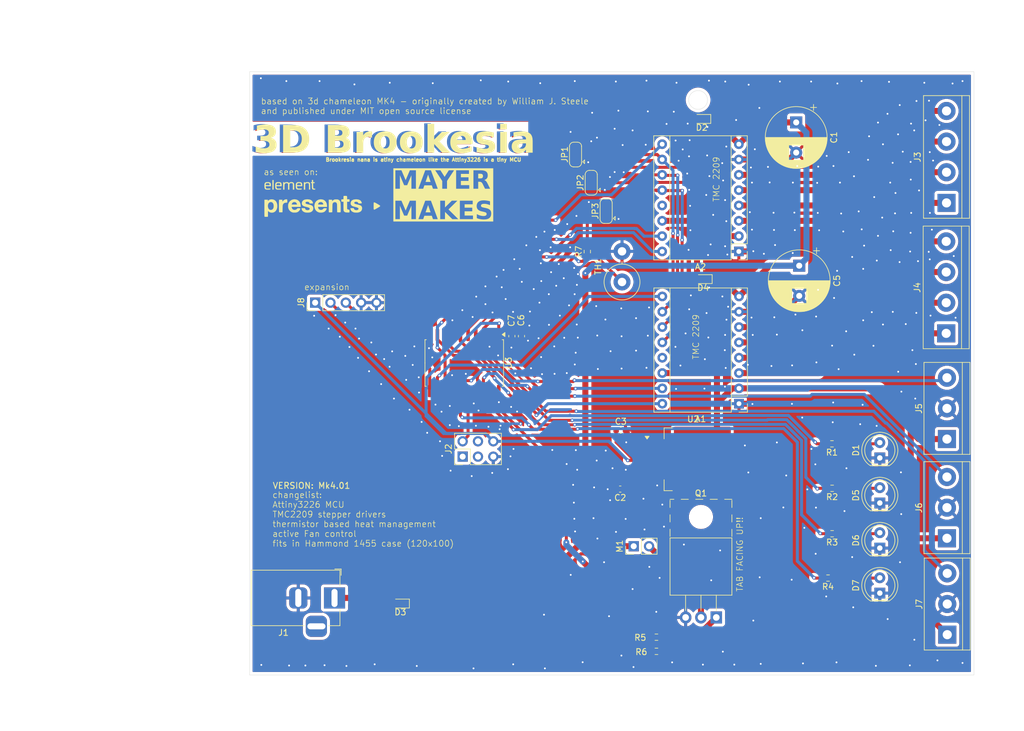
<source format=kicad_pcb>
(kicad_pcb (version 20240108) (generator "pcbnew") (generator_version "8.0")
  (layers (0 "F.Cu" signal) (31 "B.Cu" signal) (34 "B.Paste" user) (35 "F.Paste" user) (36 "B.SilkS" user "B.Silkscreen") (37 "F.SilkS" user "F.Silkscreen") (38 "B.Mask" user) (39 "F.Mask" user) (44 "Edge.Cuts" user))
  (net 0 "")
  (net 1 "/M2_1")
  (net 2 "/M2_3")
  (net 3 "GND")
  (net 4 "/0pwm")
  (net 5 "/M2_2")
  (net 6 "/M2_4")
  (net 7 "+3V3")
  (net 9 "/10")
  (net 10 "/6")
  (net 11 "+12V")
  (net 12 "/1pwm")
  (net 13 "/M1_3")
  (net 14 "/M1_4")
  (net 15 "/M1_1")
  (net 17 "/5")
  (net 18 "/M1_2")
  (net 19 "/11")
  (net 20 "Net-(D1-A)")
  (net 21 "Net-(D5-A)")
  (net 22 "Net-(D6-A)")
  (net 23 "Net-(D7-A)")
  (net 27 "/17_UPDI")
  (net 28 "/12int")
  (net 29 "/15int")
  (net 30 "/2int")
  (net 31 "/8pwm")
  (net 32 "/9pwm")
  (net 33 "Net-(M1--)")
  (net 34 "Net-(Q1-G)")
  (net 35 "/14")
  (net 36 "/4")
  (net 37 "/7intpwm")
  (net 38 "/13")
  (net 39 "/16pwm")
  (net 40 "/3")
  (net 41 "/MS2")
  (net 42 "/MS3")
  (net 43 "/MS1")
  (net 44 "Net-(D3-A)")
  (footprint "Package_TO_SOT_THT:TO-220-3_Horizontal_TabUp" (layer "F.Cu") (at 166.465001 133.63 180)
    (property "Reference" "Q1")
    (property "Value" "IRLZ44N")
  )
  (footprint "Capacitor_SMD:C_0603_1608Metric" (layer "F.Cu") (at 134.2 87 -90)
    (property "Reference" "C6")
    (property "Value" "C")
  )
  (footprint "Jumper:SolderJumper-3_P1.3mm_Open_RoundedPad1.0x1.5mm" (layer "F.Cu") (at 148.225 66.275 90)
    (property "Reference" "JP3")
    (property "Value" "Jumper_3_Open")
  )
  (footprint "Resistor_SMD:R_0603_1608Metric" (layer "F.Cu") (at 145.1 72.985 90)
    (property "Reference" "R7")
    (property "Value" "10k")
  )
  (footprint "LED_THT:LED_D5.0mm" (layer "F.Cu") (at 193.55 114.66 90)
    (property "Reference" "D5")
    (property "Value" "LED")
  )
  (footprint "Connector_BarrelJack:BarrelJack_Horizontal" (layer "F.Cu") (at 103.225 130.4)
    (property "Reference" "J1")
    (property "Value" "Barrel_Jack")
  )
  (footprint "LED_THT:LED_D5.0mm" (layer "F.Cu") (at 193.55 129.6 90)
    (property "Reference" "D7")
    (property "Value" "LED")
  )
  (footprint "TerminalBlock:TerminalBlock_bornier-3_P5.08mm" (layer "F.Cu") (at 204.675 120.51 90)
    (property "Reference" "J6")
    (property "Value" "S LIMIT")
  )
  (footprint "Capacitor_SMD:C_0603_1608Metric" (layer "F.Cu") (at 150.55 112.35 180)
    (property "Reference" "C2")
    (property "Value" "10uF")
  )
  (footprint "Module:Pololu_Breakout-16_15.2x20.3mm" (layer "F.Cu") (at 170.2 72.965001 180)
    (property "Reference" "A2")
    (property "Value" "Pololu_Breakout_TMC2209")
  )
  (footprint "Diode_SMD:D_0603_1608Metric" (layer "F.Cu") (at 164.0625 51 180)
    (property "Reference" "D2")
    (property "Value" "D_Schottky")
  )
  (footprint "Resistor_SMD:R_0603_1608Metric" (layer "F.Cu") (at 185.625 104.85 180)
    (property "Reference" "R1")
    (property "Value" "150")
  )
  (footprint "Capacitor_SMD:C_0603_1608Metric" (layer "F.Cu") (at 132.599999 87 -90)
    (property "Reference" "C7")
    (property "Value" "C")
  )
  (footprint "Jumper:SolderJumper-3_P1.3mm_Open_RoundedPad1.0x1.5mm" (layer "F.Cu") (at 143.15 56.9 90)
    (property "Reference" "JP1")
    (property "Value" "Jumper_3_Open")
  )
  (footprint "e14:e14presents logo 20mm silk and copper v2" (layer "F.Cu") (at 107.02 68.07)
    (property "Reference" "Ref**" (hide yes))
    (property "Value" "Val**" (hide yes))
  )
  (footprint "Resistor_SMD:R_0603_1608Metric" (layer "F.Cu") (at 185.65 119.75 180)
    (property "Reference" "R3")
    (property "Value" "150")
  )
  (footprint "Connector_PinHeader_2.54mm:PinHeader_1x05_P2.54mm_Vertical" (layer "F.Cu") (at 100.015 81.45 90)
    (property "Reference" "J8")
    (property "Value" "I2Cexpansion")
  )
  (footprint "Capacitor_THT:CP_Radial_D10.0mm_P5.00mm" (layer "F.Cu") (at 179.7 51.575 -90)
    (property "Reference" "C1")
    (property "Value" "100uF")
  )
  (footprint "TerminalBlock:TerminalBlock_bornier-3_P5.08mm" (layer "F.Cu") (at 204.725 136.485 90)
    (property "Reference" "J7")
    (property "Value" "TRIGGER")
  )
  (footprint "Diode_SMD:D_0603_1608Metric" (layer "F.Cu") (at 114.1375 131.325 180)
    (property "Reference" "D3")
    (property "Value" "D_Schottky")
  )
  (footprint "Capacitor_THT:CP_Radial_D10.0mm_P5.00mm" (layer "F.Cu") (at 180.2 75.325 -90)
    (property "Reference" "C5")
    (property "Value" "100uF")
  )
  (footprint "Resistor_THT:R_Axial_DIN0614_L14.3mm_D5.7mm_P5.08mm_Vertical" (layer "F.Cu") (at 150.85 78.025 90)
    (property "Reference" "TH1")
    (property "Value" "Thermistor_NTC")
  )
  (footprint "Jumper:SolderJumper-3_P1.3mm_Open_RoundedPad1.0x1.5mm" (layer "F.Cu") (at 145.75 61.575 90)
    (property "Reference" "JP2")
    (property "Value" "Jumper_3_Open")
  )
  (footprint "LED_THT:LED_D5.0mm" (layer "F.Cu") (at 193.55 122.13 90)
    (property "Reference" "D6")
    (property "Value" "LED")
  )
  (footprint "Package_SO:SOIC-20W_7.5x12.8mm_P1.27mm" (layer "F.Cu") (at 124.715 91.45 -90)
    (property "Reference" "U3")
    (property "Value" "ATtiny3226-S")
  )
  (footprint "Diode_SMD:D_0603_1608Metric" (layer "F.Cu") (at 164.3 77.55 180)
    (property "Reference" "D4")
    (property "Value" "D_Schottky")
  )
  (footprint "Resistor_SMD:R_0603_1608Metric" (layer "F.Cu") (at 184.975 127.1 180)
    (property "Reference" "R4")
    (property "Value" "150")
  )
  (footprint "Module:Pololu_Breakout-16_15.2x20.3mm" (layer "F.Cu") (at 170.225 98.2 180)
    (property "Reference" "A1")
    (property "Value" "Pololu_Breakout_TMC2209")
  )
  (footprint "Connector_PinHeader_2.54mm:PinHeader_2x03_P2.54mm_Vertical" (layer "F.Cu") (at 124.45 106.975001 90)
    (property "Reference" "J2")
    (property "Value" "Conn_02x03_Odd_Even")
  )
  (footprint "LED_THT:LED_D5.0mm" (layer "F.Cu") (at 193.55 107.19 90)
    (property "Reference" "D1")
    (property "Value" "LED")
  )
  (footprint "TerminalBlock:TerminalBlock_bornier-3_P5.08mm" (layer "F.Cu") (at 204.675 104.06 90)
    (property "Reference" "J5")
    (property "Value" "FILAMENT")
  )
  (footprint "Capacitor_SMD:C_0603_1608Metric" (layer "F.Cu") (at 150.65 102.575)
    (property "Reference" "C3")
    (property "Value" "10uF")
  )
  (footprint "TerminalBlock:TerminalBlock_bornier-4_P5.08mm" (layer "F.Cu") (at 204.6 64.915 90)
    (property "Reference" "J3")
    (property "Value" "S_MOTOR")
  )
  (footprint "Resistor_SMD:R_0603_1608Metric" (layer "F.Cu") (at 156.55 139.25)
    (property "Reference" "R6")
    (property "Value" "R")
  )
  (footprint "TerminalBlock:TerminalBlock_bornier-4_P5.08mm" (layer "F.Cu") (at 204.55 86.54 90)
    (property "Reference" "J4")
    (property "Value" "E_MOTOR")
  )
  (footprint "Resistor_SMD:R_0603_1608Metric" (layer "F.Cu") (at 156.55 136.9)
    (property "Reference" "R5")
    (property "Value" "R")
  )
  (footprint "Package_TO_SOT_SMD:TO-263-3_TabPin2" (layer "F.Cu") (at 162.65 107.415)
    (property "Reference" "U2")
    (property "Value" "LM1085-3.3")
  )
  (footprint "Connector_PinHeader_2.54mm:PinHeader_1x02_P2.54mm_Vertical" (layer "F.Cu") (at 152.785 121.825 90)
    (property "Reference" "M1")
    (property "Value" "Fan")
  )
  (footprint "Resistor_SMD:R_0603_1608Metric" (layer "F.Cu") (at 185.65 112.225 180)
    (property "Reference" "R2")
    (property "Value" "150")
  )
  (gr_circle (center 163.45 47.85) (end 164.59 48.91) (stroke (width 0.05)) (fill none) (layer "Edge.Cuts"))
  (gr_rect (start 89.15 43.175) (end 209.15 143.175) (stroke (width 0.05)) (fill none) (layer "Edge.Cuts"))
  (gr_text "3D Brookesia" (at 89.49 57.38 0) (layer "F.Cu") (effects (font (size 4.5 4.5) (thickness 0.1)) (justify left bottom)))
  (gr_text "3D Brookesia" (at 89.2 57.28 0) (layer "B.Cu") (effects (font (size 4.5 4.5) (thickness 0.1)) (justify left bottom)))
  (gr_text "expansion" (at 98.17 79.46 0) (layer "F.SilkS") (effects (font (size 1 1) (thickness 0.1)) (justify left bottom)))
  (gr_text "VERSION: Mk4.01" (at 92.91 112.37 0) (layer "F.SilkS") (effects (font (size 1 1)) (justify left bottom)))
  (gr_text "based on 3d chameleon MK4 - originally created by William J. Steele\nand published under MIT open source license" (at 90.98 50.26 0) (layer "F.SilkS") (effects (font (size 1 1) (thickness 0.1)) (justify left bottom)))
  (gr_text "changelist:\nAttiny3226 MCU\nTMC2209 stepper drivers\nthermistor based heat management\nactive Fan control\nfits in Hammond 1455 case (120x100)" (at 92.89 121.96 0) (layer "F.SilkS") (effects (font (size 1 1) (thickness 0.1)) (justify left bottom)))
  (gr_text "TMC 2209" (at 163.68 90.93 90) (layer "F.SilkS") (effects (font (size 1 1) (thickness 0.1)) (justify left bottom)))
  (gr_text "Brookresia nana is atiny chameleon like the Attiny3226 is a tiny MCU" (at 101.69 58.1 0) (layer "F.SilkS") (effects (font (size 0.6 0.6) (thickness 0.15) (bold yes)) (justify left bottom)))
  (gr_text "TAB FACING UP!!" (at 170.95 129.425 90) (layer "F.SilkS") (effects (font (size 1 1) (thickness 0.1)) (justify left bottom)))
  (gr_text "TMC 2209" (at 167.07 64.8 90) (layer "F.SilkS") (effects (font (size 1 1) (thickness 0.1)) (justify left bottom)))
  (gr_text "3D Brookesia" (at 89.75 57.36 0) (layer "F.SilkS") (effects (font (size 4.5 4.5) (thickness 0.1)) (justify left bottom)))
  (gr_text "MAYER\nMAKES" (at 112.92 68.12 0) (layer "F.SilkS" knockout) (effects (font (size 3 3) (thickness 0.2) (bold yes)) (justify left bottom)))
  (gr_text "as seen on:" (at 91.44 60.39 0) (layer "F.SilkS") (effects (font (size 1 1) (thickness 0.1)) (justify left bottom)))
  (segment (start 204.55 86.54) (end 189.935 86.54) (width 1) (layer "F.Cu") (net 1))
  (segment (start 183.355 93.12) (end 170.225 93.12) (width 1) (layer "F.Cu") (net 1))
  (segment (start 189.935 86.54) (end 183.355 93.12) (width 1) (layer "F.Cu") (net 1))
  (segment (start 180.26 88.04) (end 191.92 76.38) (width 1) (layer "F.Cu") (net 2))
  (segment (start 191.92 76.38) (end 204.55 76.38) (width 1) (layer "F.Cu") (net 2))
  (segment (start 170.225 88.04) (end 180.26 88.04) (width 1) (layer "F.Cu") (net 2))
  (segment (start 155 104.875) (end 151.825 104.875) (width 0.5) (layer "F.Cu") (net 3))
  (segment (start 130.43 96.68) (end 132.48 98.73) (width 0.5) (layer "F.Cu") (net 3))
  (segment (start 132.599999 88.825001) (end 132.525 88.9) (width 0.5) (layer "F.Cu") (net 3))
  (segment (start 130.43 96.1) (end 130.43 96.68) (width 0.5) (layer "F.Cu") (net 3))
  (segment (start 155 104.875) (end 153.725 104.875) (width 0.5) (layer "F.Cu") (net 3))
  (segment (start 149.775 112.35) (end 148.5 112.35) (width 0.5) (layer "F.Cu") (net 3))
  (segment (start 153.725 104.875) (end 151.425 102.575) (width 0.5) (layer "F.Cu") (net 3))
  (segment (start 130.43 96.1) (end 130.43 97.93) (width 0.5) (layer "F.Cu") (net 3))
  (segment (start 172.4 98.2) (end 172.45 98.25) (width 1) (layer "F.Cu") (net 3))
  (segment (start 170.2 57.725001) (end 178.549999 57.725001) (width 1) (layer "F.Cu") (net 3))
  (segment (start 170.2 72.965001) (end 172.559999 72.965001) (width 1) (layer "F.Cu") (net 3))
  (segment (start 134.2 87.775) (end 135.25 87.775) (width 0.5) (layer "F.Cu") (net 3))
  (segment (start 177.565 82.96) (end 180.2 80.325) (width 1) (layer "F.Cu") (net 3))
  (segment (start 132.599999 87.775) (end 132.599999 88.825001) (width 0.5) (layer "F.Cu") (net 3))
  (segment (start 170.225 82.96) (end 177.565 82.96) (width 1) (layer "F.Cu") (net 3))
  (segment (start 130.43 97.93) (end 130.45 97.95) (width 0.5) (layer "F.Cu") (net 3))
  (segment (start 132.599999 87.775) (end 134.2 87.775) (width 0.5) (layer "F.Cu") (net 3))
  (segment (start 178.549999 57.725001) (end 179.7 56.575) (width 1) (layer "F.Cu") (net 3))
  (segment (start 135.25 87.775) (end 135.275 87.75) (width 0.5) (layer "F.Cu") (net 3))
  (segment (start 145.75 62.875) (end 147.875 62.875) (width 0.5) (layer "F.Cu") (net 3))
  (segment (start 151.825 104.875) (end 151.55 104.6) (width 0.5) (layer "F.Cu") (net 3))
  (segment (start 147.875 62.875) (end 148 62.75) (width 0.5) (layer "F.Cu") (net 3))
  (segment (start 145.225 58.2) (end 145.25 58.175) (width 0.5) (layer "F.Cu") (net 3))
  (segment (start 172.559999 72.965001) (end 172.6 72.925) (width 1) (layer "F.Cu") (net 3))
  (segment (start 148.225 67.575) (end 150.275 67.575) (width 0.5) (layer "F.Cu") (net 3))
  (segment (start 143.15 58.2) (end 145.225 58.2) (width 0.5) (layer "F.Cu") (net 3))
  (segment (start 148.5 112.35) (end 148.475 112.375) (width 0.5) (layer "F.Cu") (net 3))
  (segment (start 170.225 98.2) (end 172.4 98.2) (width 1) (layer "F.Cu") (net 3))
  (via (at 139.1 76.4) (size 0.6) (drill 0.3) (layers "F.Cu" "B.Cu") (net 3))
  (via (at 146.575 82.025) (size 0.6) (drill 0.3) (layers "F.Cu" "B.Cu") (net 3))
  (via (at 116.175 91.775) (size 0.6) (drill 0.3) (layers "F.Cu" "B.Cu") (net 3))
  (via (at 155.125 49.75) (size 0.6) (drill 0.3) (layers "F.Cu" "B.Cu") (net 3))
  (via (at 148.875 114.2) (size 0.6) (drill 0.3) (layers "F.Cu" "B.Cu") (net 3))
  (via (at 187.5 69.65) (size 0.6) (drill 0.3) (layers "F.Cu" "B.Cu") (net 3))
  (via (at 147.875 124.475) (size 0.6) (drill 0.3) (layers "F.Cu" "B.Cu") (net 3))
  (via (at 201.95 83.6) (size 0.6) (drill 0.3) (layers "F.Cu" "B.Cu") (net 3))
  (via (at 201.85 66.575) (size 0.6) (drill 0.3) (layers "F.Cu" "B.Cu") (net 3))
  (via (at 156.675 111.75) (size 0.6) (drill 0.3) (layers "F.Cu" "B.Cu") (net 3))
  (via (at 194.825 50.15) (size 0.6) (drill 0.3) (layers "F.Cu" "B.Cu") (net 3))
  (via (at 165.1 73.55) (size 0.6) (drill 0.3) (layers "F.Cu" "B.Cu") (net 3))
  (via (at 155.125 86.925) (size 0.6) (drill 0.3) (layers "F.Cu" "B.Cu") (net 3))
  (via (at 142.25 72.275) (size 0.6) (drill 0.3) (layers "F.Cu" "B.Cu") (net 3))
  (via (at 173.6 49.175) (size 0.6) (drill 0.3) (layers "F.Cu" "B.Cu") (net 3))
  (via (at 143.025 44.725) (size 0.6) (drill 0.3) (layers "F.Cu" "B.Cu") (net 3))
  (via (at 201.65 73.025) (size 0.6) (drill 0.3) (layers "F.Cu" "B.Cu") (net 3))
  (via (at 186.95 61.55) (size 0.6) (drill 0.3) (layers "F.Cu" "B.Cu") (net 3))
  (via (at 165.325 60.475) (size 0.6) (drill 0.3) (layers "F.Cu" "B.Cu") (net 3))
  (via (at 141.775 68.425) (size 0.6) (drill 0.3) (layers "F.Cu" "B.Cu") (net 3))
  (via (at 142.325 53.15) (size 0.6) (drill 0.3) (layers "F.Cu" "B.Cu") (net 3))
  (via (at 198.75 66.575) (size 0.6) (drill 0.3) (layers "F.Cu" "B.Cu") (net 3))
  (via (at 122.7 93.475) (size 0.6) (drill 0.3) (layers "F.Cu" "B.Cu") (net 3))
  (via (at 203.1 140.75) (size 0.6) (drill 0.3) (layers "F.Cu" "B.Cu") (net 3))
  (via (at 167.925 86.8) (size 0.6) (drill 0.3) (layers "F.Cu" "B.Cu") (net 3))
  (via (at 130.575 102.425) (size 0.6) (drill 0.3) (layers "F.Cu" "B.Cu") (net 3))
  (via (at 159.425 49.8) (size 0.6) (drill 0.3) (layers "F.Cu" "B.Cu") (net 3))
  (via (at 196.6 92.9) (size 0.6) (drill 0.3) (layers "F.Cu" "B.Cu") (net 3))
  (via (at 175.3 61.525) (size 0.6) (drill 0.3) (layers "F.Cu" "B.Cu") (net 3))
  (via (at 190.95 72) (size 0.6) (drill 0.3) (layers "F.Cu" "B.Cu") (net 3))
  (via (at 195.35 72.75) (size 0.6) (drill 0.3) (layers "F.Cu" "B.Cu") (net 3))
  (via (at 192.625 63.95) (size 0.6) (drill 0.3) (layers "F.Cu" "B.Cu") (net 3))
  (via (at 189.15 131.95) (size 0.6) (drill 0.3) (layers "F.Cu" "B.Cu") (net 3))
  (via (at 117.65 101.225) (size 0.6) (drill 0.3) (layers "F.Cu" "B.Cu") (net 3))
  (via (at 139.625 88.7) (size 0.6) (drill 0.3) (layers "F.Cu" "B.Cu") (net 3))
  (via (at 199.25 52.9) (size 0.6) (drill 0.3) (layers "F.Cu" "B.Cu") (net 3))
  (via (at 183.325 79.325) (size 0.6) (drill 0.3) (layers "F.Cu" "B.Cu") (net 3))
  (via (at 122.45 109.3) (size 0.6) (drill 0.3) (layers "F.Cu" "B.Cu") (net 3))
  (via (at 109.875 141.4) (size 0.6) (drill 0.3) (layers "F.Cu" "B.Cu") (net 3))
  (via (at 161.725 51.775) (size 0.6) (drill 0.3) (layers "F.Cu" "B.Cu") (net 3))
  (via (at 189.275 60.5) (size 0.6) (drill 0.3) (layers "F.Cu" "B.Cu") (net 3))
  (via (at 91.1 141.5) (size 0.6) (drill 0.3) (layers "F.Cu" "B.Cu") (net 3))
  (via (at 145.35 64.775) (size 0.6) (drill 0.3) (layers "F.Cu" "B.Cu") (net 3))
  (via (at 151.125 59.825) (size 0.6) (drill 0.3) (layers "F.Cu" "B.Cu") (net 3))
  (via (at 161.375 86.55) (size 0.6) (drill 0.3) (layers "F.Cu" "B.Cu") (net 3))
  (via (at 175.95 66.55) (size 0.6) (drill 0.3) (layers "F.Cu" "B.Cu") (net 3))
  (via (at 188.975 123.625) (size 0.6) (drill 0.3) (layers "F.Cu" "B.Cu") (net 3))
  (via (at 131.95 109.05) (size 0.6) (drill 0.3) (layers "F.Cu" "B.Cu") (net 3))
  (via (at 132.525 88.9) (size 0.6) (drill 0.3) (layers "F.Cu" "B.Cu") (net 3))
  (via (at 110.1 90.05) (size 0.6) (drill 0.3) (layers "F.Cu" "B.Cu") (net 3))
  (via (at 172.375 69.35) (size 0.6) (drill 0.3) (layers "F.Cu" "B.Cu") (net 3))
  (via (at 146.225 112.075) (size 0.6) (drill 0.3) (layers "F.Cu" "B.Cu") (net 3))
  (via (at 183.05 91.35) (size 0.6) (drill 0.3) (layers "F.Cu" "B.Cu") (net 3))
  (via (at 143.075 119.375) (size 0.6) (drill 0.3) (layers "F.Cu" "B.Cu") (net 3))
  (via (at 186.525 45.125) (size 0.6) (drill 0.3) (layers "F.Cu" "B.Cu") (net 3))
  (via (at 112.35 92.075) (size 0.6) (drill 0.3) (layers "F.Cu" "B.Cu") (net 3))
  (via (at 167.925 64.45) (size 0.6) (drill 0.3) (layers "F.Cu" "B.Cu") (net 3))
  (via (at 135.5 85.25) (size 0.6) (drill 0.3) (layers "F.Cu" "B.Cu") (net 3))
  (via (at 139.95 78.65) (size 0.6) (drill 0.3) (layers "F.Cu" "B.Cu") (net 3))
  (via (at 159.875 45) (size 0.6) (drill 0.3) (layers "F.Cu" "B.Cu") (net 3))
  (via (at 103.4 83.525) (size 0.6) (drill 0.3) (layers "F.Cu" "B.Cu") (net 3))
  (via (at 196.15 63.275) (size 0.6) (drill 0.3) (layers "F.Cu" "B.Cu") (net 3))
  (via (at 167.475 80.425) (size 0.6) (drill 0.3) (layers "F.Cu" "B.Cu") (net 3))
  (via (at 129.35 109.675) (size 0.6) (drill 0.3) (layers "F.Cu" "B.Cu") (net 3))
  (via (at 187.975 86.2) (size 0.6) (drill 0.3) (layers "F.Cu" "B.Cu") (net 3))
  (via (at 168.125 55.575) (size 0.6) (drill 0.3) (layers "F.Cu" "B.Cu") (net 3))
  (via (at 201.7 47.975) (size 0.6) (drill 0.3) (layers "F.Cu" "B.Cu") (net 3))
  (via (at 148.1 84.25) (size 0.6) (drill 0.3) (layers "F.Cu" "B.Cu") (net 3))
  (via (at 137.925 133.175) (size 0.6) (drill 0.3) (layers "F.Cu" "B.Cu") (net 3))
  (via (at 198.675 61.05) (size 0.6) (drill 0.3) (layers "F.Cu" "B.Cu") (net 3))
  (via (at 182.925 123.075) (size 0.6) (drill 0.3) (layers "F.Cu" "B.Cu") (net 3))
  (via (at 102.25 85.75) (size 0.6) (drill 0.3) (layers "F.Cu" "B.Cu") (net 3))
  (via (at 202.175 69.35) (size 0.6) (drill 0.3) (layers "F.Cu" "B.Cu") (net 3))
  (via (at 157.075 127.075) (size 0.6) (drill 0.3) (layers "F.Cu" "B.Cu") (net 3))
  (via (at 135 71.95) (size 0.6) (drill 0.3) (layers "F.Cu" "B.Cu") (net 3))
  (via (at 193.25 70.375) (size 0.6) (drill 0.3) (layers "F.Cu" "B.Cu") (net 3))
  (via (at 186.725 92.475) (size 0.6) (drill 0.3) (layers "F.Cu" "B.Cu") (net 3))
  (via (at 148.475 112.375) (size 0.6) (drill 0.3) (layers "F.Cu" "B.Cu") (net 3))
  (via (at 137.175 81.45) (size 0.6) (drill 0.3) (layers "F.Cu" "B.Cu") (net 3))
  (via (at 205.6 45.125) (size 0.6) (drill 0.3) (layers "F.Cu" "B.Cu") (net 3))
  (via (at 139.675 93.25) (size 0.6) (drill 0.3) (layers "F.Cu" "B.Cu") (net 3))
  (via (at 126.25 142.075) (size 0.6) (drill 0.3) (layers "F.Cu" "B.Cu") (net 3))
  (via (at 159.8 95.75) (size 0.6) (drill 0.3) (layers "F.Cu" "B.Cu") (net 3))
  (via (at 141.675 108.2) (size 0.6) (drill 0.3) (layers "F.Cu" "B.Cu") (net 3))
  (via (at 207.25 44.725) (size 0.6) (drill 0.3) (layers "F.Cu" "B.Cu") (net 3))
  (via (at 137.6 93.3) (size 0.6) (drill 0.3) (layers "F.Cu" "B.Cu") (net 3))
  (via (at 131.575 80.85) (size 0.6) (drill 0.3) (layers "F.Cu" "B.Cu") (net 3))
  (via (at 149.275 108.9) (size 0.6) (drill 0.3) (layers "F.Cu" "B.Cu") (net 3))
  (via (at 190.3 101.6) (size 0.6) (drill 0.3) (layers "F.Cu" "B.Cu") (net 3))
  (via (at 167.1 122.525) (size 0.6) (drill 0.3) (layers "F.Cu" "B.Cu") (net 3))
  (via (at 137.45 90.475) (size 0.6) (drill 0.3) (layers "F.Cu" "B.Cu") (net 3))
  (via (at 173.65 126.975) (size 0.6) (drill 0.3) (layers "F.Cu" "B.Cu") (net 3))
  (via (at 149.825 44.8) (size 0.6) (drill 0.3) (layers "F.Cu" "B.Cu") (net 3))
  (via (at 106.7 85.75) (size 0.6) (drill 0.3) (layers "F.Cu" "B.Cu") (net 3))
  (via (at 172.375 61.55) (size 0.6) (drill 0.3) (layers "F.Cu" "B.Cu") (net 3))
  (via (at 186.475 76.175) (size 0.6) (drill 0.3) (layers "F.Cu" "B.Cu") (net 3))
  (via (at 140.375 75.05) (size 0.6) (drill 0.3) (layers "F.Cu" "B.Cu") (net 3))
  (via (at 182.875 108.25) (size 0.6) (drill 0.3) (layers "F.Cu" "B.Cu") (net 3))
  (via (at 190.7 98.375) (size 0.6) (drill 0.3) (layers "F.Cu" "B.Cu") (net 3))
  (via (at 165.525 71.8) (size 0.6) (drill 0.3) (layers "F.Cu" "B.Cu") (net 3))
  (via (at 175.025 58.95) (size 0.6) (drill 0.3) (layers "F.Cu" "B.Cu") (net 3))
  (via (at 101.575 141.55) (size 0.6) (drill 0.3) (layers "F.Cu" "B.Cu") (net 3))
  (via (at 160.525 91.875) (size 0.6) (drill 0.3) (layers "F.Cu" "B.Cu") (net 3))
  (via (at 200.925 45) (size 0.6) (drill 0.3) (layers "F.Cu" "B.Cu") (net 3))
  (via (at 91.025 44.25) (size 0.6) (drill 0.3) (layers "F.Cu" "B.Cu") (net 3))
  (via (at 179.875 58.8) (size 0.6) (drill 0.3) (layers "F.Cu" "B.Cu") (net 3))
  (via (at 198.525 141.575) (size 0.6) (drill 0.3) (layers "F.Cu" "B.Cu") (net 3))
  (via (at 113.075 97.35) (size 0.6) (drill 0.3) (layers "F.Cu" "B.Cu") (net 3))
  (via (at 181.05 118.775) (size 0.6) (drill 0.3) (layers "F.Cu" "B.Cu") (net 3))
  (via (at 145.9 49.975) (size 0.6) (drill 0.3) (layers "F.Cu" "B.Cu") (net 3))
  (via (at 182.175 44.8) (size 0.6) (drill 0.3) (layers "F.Cu" "B.Cu") (net 3))
  (via (at 154.575 119.05) (size 0.6) (drill 0.3) (layers "F.Cu" "B.Cu") (net 3))
  (via (at 172.3 83.925) (size 0.6) (drill 0.3) (layers "F.Cu" "B.Cu") (net 3))
  (via (at 167.925 72.1) (size 0.6) (drill 0.3) (layers "F.Cu" "B.Cu") (net 3))
  (via (at 137.025 87.35) (size 0.6) (drill 0.3) (layers "F.Cu" "B.Cu") (net 3))
  (via (at 164.25 141.45) (size 0.6) (drill 0.3) (layers "F.Cu" "B.Cu") (net 3))
  (via (at 126.29 98.16) (size 0.6) (drill 0.3) (layers "F.Cu" "B.Cu") (net 3))
  (via (at 179.4 66.525) (size 0.6) (drill 0.3) (layers "F.Cu" "B.Cu") (net 3))
  (via (at 150.775 87.025) (size 0.6) (drill 0.3) (layers "F.Cu" "B.Cu") (net 3))
  (via (at 185.975 80.675) (size 0.6) (drill 0.3) (layers "F.Cu" "B.Cu") (net 3))
  (via (at 130.325 90.2) (size 0.6) (drill 0.3) (layers "F.Cu" "B.Cu") (net 3))
  (via (at 148.7 133.425) (size 0.6) (drill 0.3) (layers "F.Cu" "B.Cu") (net 3))
  (via (at 185.825 98) (size 0.6) (drill 0.3) (layers "F.Cu" "B.Cu") (net 3))
  (via (at 197.125 96.2) (size 0.6) (drill 0.3) (layers "F.Cu" "B.Cu") (net 3))
  (via (at 165.625 127.475) (size 0.6) (drill 0.3) (layers "F.Cu" "B.Cu") (net 3))
  (via (at 155.375 125.25) (size 0.6) (drill 0.3) (layers "F.Cu" "B.Cu") (net 3))
  (via (at 123.825 101.925) (size 0.6) (drill 0.3) (layers "F.Cu" "B.Cu") (net 3))
  (via (at 176.5 86.75) (size 0.6) (drill 0.3) (layers "F.Cu" "B.Cu") (net 3))
  (via (at 140.55 83.6) (size 0.6) (drill 0.3) (layers "F.Cu" "B.Cu") (net 3))
  (via (at 146.65 107.625) (size 0.6) (drill 0.3) (layers "F.Cu" "B.Cu") (net 3))
  (via (at 201.825 56.5) (size 0.6) (drill 0.3) (layers "F.Cu" "B.Cu") (net 3))
  (via (at 106.525 45.275) (size 0.6) (drill 0.3) (layers "F.Cu" "B.Cu") (net 3))
  (via (at 154.9 92.25) (size 0.6) (drill 0.3) (layers "F.Cu" "B.Cu") (net 3))
  (via (at 172.2 59.05) (size 0.6) (drill 0.3) (layers "F.Cu" "B.Cu") (net 3))
  (via (at 133.175 93.175) (size 0.6) (drill 0.3) (layers "F.Cu" "B.Cu") (net 3))
  (via (at 171.775 109.6) (size 0.6) (drill 0.3) (layers "F.Cu" "B.Cu") (net 3))
  (via (at 157.525 114.925) (size 0.6) (drill 0.3) (layers "F.Cu" "B.Cu") (net 3))
  (via (at 139.7 69.4) (size 0.6) (drill 0.3) (layers "F.Cu" "B.Cu") (net 3))
  (via (at 190.8 84.375) (size 0.6) (drill 0.3) (layers "F.Cu" "B.Cu") (net 3))
  (via (at 133 74.25) (size 0.6) (drill 0.3) (layers "F.Cu" "B.Cu") (net 3))
  (via (at 105.2 141.675) (size 0.6) (drill 0.3) (layers "F.Cu" "B.Cu") (net 3))
  (via (at 168.425 82.125) (size 0.6) (drill 0.3) (layers "F.Cu" "B.Cu") (net 3))
  (via (at 184.75 57.125) (size 0.6) (drill 0.3) (layers "F.Cu" "B.Cu") (net 3))
  (via (at 188.975 73.875) (size 0.6) (drill 0.3) (layers "F.Cu" "B.Cu") (net 3))
  (via (at 174.35 73.35) (size 0.6) (drill 0.3) (layers "F.Cu" "B.Cu") (net 3))
  (via (at 141.7 93.125) (size 0.6) (drill 0.3) (layers "F.Cu" "B.Cu") (net 3))
  (via (at 144.325 141.05) (size 0.6) (drill 0.3) (layers "F.Cu" "B.Cu") (net 3))
  (via (at 176.075 83.875) (size 0.6) (drill 0.3) (layers "F.Cu" "B.Cu") (net 3))
  (via (at 190.05 66.325) (size 0.6) (drill 0.3) (layers "F.Cu" "B.Cu") (net 3))
  (via (at 178.95 127.375) (size 0.6) (drill 0.3) (layers "F.Cu" "B.Cu") (net 3))
  (via (at 126.1 83.825) (size 0.6) (drill 0.3) (layers "F.Cu" "B.Cu") (net 3))
  (via (at 126.65 101.85) (size 0.6) (drill 0.3) (layers "F.Cu" "B.Cu") (net 3))
  (via (at 98.4 141.6) (size 0.6) (drill 0.3) (layers "F.Cu" "B.Cu") (net 3))
  (via (at 168.15 84.275) (size 0.6) (drill 0.3) (layers "F.Cu" "B.Cu") (net 3))
  (via (at 198.575 72.975) (size 0.6) (drill 0.3) (layers "F.Cu" "B.Cu") (net 3))
  (via (at 143.375 78.5) (size 0.6) (drill 0.3) (layers "F.Cu" "B.Cu") (net 3))
  (via (at 197.05 109.575) (size 0.6) (drill 0.3) (layers "F.Cu" "B.Cu") (net 3))
  (via (at 169.75 51.175) (size 0.6) (drill 0.3) (layers "F.Cu" "B.Cu") (net 3))
  (via (at 143.55 76.725) (size 0.6) (drill 0.3) (layers "F.Cu" "B.Cu") (net 3))
  (via (at 105.7 88.8) (size 0.6) (drill 0.3) (layers "F.Cu" "B.Cu") (net 3))
  (via (at 161.975 82.55) (size 0.6) (drill 0.3) (layers "F.Cu" "B.Cu") (net 3))
  (via (at 191.775 53.875) (size 0.6) (drill 0.3) (layers "F.Cu" "B.Cu") (net 3))
  (via (at 176.2 71.9) (size 0.6) (drill 0.3) (layers "F.Cu" "B.Cu") (net 3))
  (via (at 107.125 90.6) (size 0.6) (drill 0.3) (layers "F.Cu" "B.Cu") (net 3))
  (via (at 161.975 62.75) (size 0.6) (drill 0.3) (layers "F.Cu" "B.Cu") (net 3))
  (via (at 185.65 88.575) (size 0.6) (drill 0.3) (layers "F.Cu" "B.Cu") (net 3))
  (via (at 199.425 97.35) (size 0.6) (drill 0.3) (layers "F.Cu" "B.Cu") (net 3))
  (via (at 146.75 86.9) (size 0.6) (drill 0.3) (layers "F.Cu" "B.Cu") (net 3))
  (via (at 154.9 44.65) (size 0.6) (drill 0.3) (layers "F.Cu" "B.Cu") (net 3))
  (via (at 167.45 58.325) (size 0.6) (drill 0.3) (layers "F.Cu" "B.Cu") (net 3))
  (via (at 193.95 67.35) (size 0.6) (drill 0.3) (layers "F.Cu" "B.Cu") (net 3))
  (via (at 141.275 87.275) (size 0.6) (drill 0.3) (layers "F.Cu" "B.Cu") (net 3))
  (via (at 139.025 72.275) (size 0.6) (drill 0.3) (layers "F.Cu" "B.Cu") (net 3))
  (via (at 130.45 97.95) (size 0.6) (drill 0.3) (layers "F.Cu" "B.Cu") (net 3))
  (via (at 128.725 102.025) (size 0.6) (drill 0.3) (layers "F.Cu" "B.Cu") (net 3))
  (via (at 146.7 54.1) (size 0.6) (drill 0.3) (layers "F.Cu" "B.Cu") (net 3))
  (via (at 195.775 69.625) (size 0.6) (drill 0.3) (layers "F.Cu" "B.Cu") (net 3))
  (via (at 180.725 86.025) (size 0.6) (drill 0.3) (layers "F.Cu" "B.Cu") (net 3))
  (via (at 165.275 78.95) (size 0.6) (drill 0.3) (layers "F.Cu" "B.Cu") (net 3))
  (via (at 180.7 100.5) (size 0.6) (drill 0.3) (layers "F.Cu" "B.Cu") (net 3))
  (via (at 190.525 44.725) (size 0.6) (drill 0.3) (layers "F.Cu" "B.Cu") (net 3))
  (via (at 135.275 87.75) (size 0.6) (drill 0.3) (layers "F.Cu" "B.Cu") (net 3))
  (via (at 196.9 124.475) (size 0.6) (drill 0.3) (layers "F.Cu" "B.Cu") (net 3))
  (via (at 156.525 132.7) (size 0.6) (drill 0.3) (layers "F.Cu" "B.Cu") (net 3))
  (via (at 122.75 84.375) (size 0.6) (drill 0.3) (layers "F.Cu" "B.Cu") (net 3))
  (via (at 143.175 89.75) (size 0.6) (drill 0.3) (layers "F.Cu" "B.Cu") (net 3))
  (via (at 122.325 101.75) (size 0.6) (drill 0.3) (layers "F.Cu" "B.Cu") (net 3))
  (via (at 199.875 74.575) (size 0.6) (drill 0.3) (layers "F.Cu" "B.Cu") (net 3))
  (via (at 191.6 57.775) (size 0.6) (drill 0.3) (layers "F.Cu" "B.Cu") (net 3))
  (via (at 131.225 76.025) (size 0.6) (drill 0.3) (layers "F.Cu" "B.Cu") (net 3))
  (via (at 132.825 141.4) (size 0.6) (drill 0.3) (layers "F.Cu" "B.Cu") (net 3))
  (via (at 153.175 89.4) (size 0.6) (drill 0.3) (layers "F.Cu" "B.Cu") (net 3))
  (via (at 193.05 74.475) (size 0.6) (drill 0.3) (layers "F.Cu" "B.Cu") (net 3))
  (via (at 143.525 87.25) (size 0.6) (drill 0.3) (layers "F.Cu" "B.Cu") (net 3))
  (via (at 161.875 72.7) (size 0.6) (drill 0.3) (layers "F.Cu" "B.Cu") (net 3))
  (via (at 148.85 60.625) (size 0.6) (drill 0.3) (layers "F.Cu" "B.Cu") (net 3))
  (via (at 179.025 91.85) (size 0.6) (drill 0.3) (layers "F.Cu" "B.Cu") (net 3))
  (via (at 142.95 117.275) (size 0.6) (drill 0.3) (layers "F.Cu" "B.Cu") (net 3))
  (via (at 185.75 101.275) (size 0.6) (drill 0.3) (layers "F.Cu" "B.Cu") (net 3))
  (via (at 146.775 120.55) (size 0.6) (drill 0.3) (layers "F.Cu" "B.Cu") (net 3))
  (via (at 160.9 56.05) (size 0.6) (drill 0.3) (layers "F.Cu" "B.Cu") (net 3))
  (via (at 143.425 109.15) (size 0.6) (drill 0.3) (layers "F.Cu" "B.Cu") (net 3))
  (via (at 95.25 44.725) (size 0.6) (drill 0.3) (layers "F.Cu" "B.Cu") (net 3))
  (via (at 107.3 87.4) (size 0.6) (drill 0.3) (layers "F.Cu" "B.Cu") (net 3))
  (via (at 161.65 60.05) (size 0.6) (drill 0.3) (layers "F.Cu" "B.Cu") (net 3))
  (via (at 145.25 58.175) (size 0.6) (drill 0.3) (layers "F.Cu" "B.Cu") (net 3))
  (via (at 164.8 63.6) (size 0.6) (drill 0.3) (layers "F.Cu" "B.Cu") (net 3))
  (via (at 117.225 96.35) (size 0.6) (drill 0.3) (layers "F.Cu" "B.Cu") (net 3))
  (via (at 119.5 45.075) (size 0.6) (drill 0.3) (layers "F.Cu" "B.Cu") (net 3))
  (via (at 164.95 57.05) (size 0.6) (drill 0.3) (layers "F.Cu" "B.Cu") (net 3))
  (via (at 133.47 99.5) (size 0.6) (drill 0.3) (layers "F.Cu" "B.Cu") (net 3))
  (via (at 130.075 77.125) (size 0.6) (drill 0.3) (layers "F.Cu" "B.Cu") (net 3))
  (via (at 141.2 77.4) (size 0.6) (drill 0.3) (layers "F.Cu" "B.Cu") (net 3))
  (via (at 198.95 89.325) (size 0.6) (drill 0.3) (layers "F.Cu" "B.Cu") (net 3))
  (via (at 189.325 90.075) (size 0.6) (drill 0.3) (layers "F.Cu" "B.Cu") (net 3))
  (via (at 138.75 85.125) (size 0.6) (drill 0.3) (layers "F.Cu" "B.Cu") (net 3))
  (via (at 100.75 44.725) (size 0.6) (drill 0.3) (layers "F.Cu" "B.Cu") (net 3))
  (via (at 150.95 55.325) (size 0.6) (drill 0.3) (layers "F.Cu" "B.Cu") (net 3))
  (via (at 194.075 85.075) (size 0.6) (drill 0.3) (layers "F.Cu" "B.Cu") (net 3))
  (via (at 112.775 89.525) (size 0.6) (drill 0.3) (layers "F.Cu" "B.Cu") (net 3))
  (via (at 120.7 104.425) (size 0.6) (drill 0.3) (layers "F.Cu" "B.Cu") (net 3))
  (via (at 112.375 45) (size 0.6) (drill 0.3) (layers "F.Cu" "B.Cu") (net 3))
  (via (at 200.05 62.85) (size 0.6) (drill 0.3) (layers "F.Cu" "B.Cu") (net 3))
  (via (at 158.225 51.825) (size 0.6) (drill 0.3) (layers "F.Cu" "B.Cu") (net 3))
  (via (at 205.8 73.725) (size 0.6) (drill 0.3) (layers "F.Cu" "B.Cu") (net 3))
  (via (at 190.55 69.3) (size 0.6) (drill 0.3) (layers "F.Cu" "B.Cu") (net 3))
  (via (at 182.975 115.425) (size 0.6) (drill 0.3) (layers "F.Cu" "B.Cu") (net 3))
  (via (at 133.9 75.85) (size 0.6) (drill 0.3) (layers "F.Cu" "B.Cu") (net 3))
  (via (at 138 69.675) (size 0.6) (drill 0.3) (layers "F.Cu" "B.Cu") (net 3))
  (via (at 169.45 141.45) (size 0.6) (drill 0.3) (layers "F.Cu" "B.Cu") (net 3))
  (via (at 111.45 90.8) (size 0.6) (drill 0.3) (layers "F.Cu" "B.Cu") (net 3))
  (via (at 117.175 93.825) (size 0.6) (drill 0.3) (layers "F.Cu" "B.Cu") (net 3))
  (via (at 201.825 74.275) (size 0.6) (drill 0.3) (layers "F.Cu" "B.Cu") (net 3))
  (via (at 122.325 98.575) (size 0.6) (drill 0.3) (layers "F.Cu" "B.Cu") (net 3))
  (via (at 132.8 82.975) (size 0.6) (drill 0.3) (layers "F.Cu" "B.Cu") (net 3))
  (via (at 202.375 57.9) (size 0.6) (drill 0.3) (layers "F.Cu" "B.Cu") (net 3))
  (via (at 142.35 126.575) (size 0.6) (drill 0.3) (layers "F.Cu" "B.Cu") (net 3))
  (via (at 149.625 52.625) (size 0.6) (drill 0.3) (layers "F.Cu" "B.Cu") (net 3))
  (via (at 187.15 66.675) (size 0.6) (drill 0.3) (layers "F.Cu" "B.Cu") (net 3))
  (via (at 164.5 95.7) (size 0.6) (drill 0.3) (layers "F.Cu" "B.Cu") (net 3))
  (via (at 143.025 91.7) (size 0.6) (drill 0.3) (layers "F.Cu" "B.Cu") (net 3))
  (via (at 180.825 141.25) (size 0.6) (drill 0.3) (layers "F.Cu" "B.Cu") (net 3))
  (via (at 152.6 128.925) (size 0.6) (drill 0.3) (layers "F.Cu" "B.Cu") (net 3))
  (via (at 167.95 44.8) (size 0.6) (drill 0.3) (layers "F.Cu" "B.Cu") (net 3))
  (via (at 110.95 94.95) (size 0.6) (drill 0.3) (layers "F.Cu" "B.Cu") (net 3))
  (via (at 172.025 66.45) (size 0.6) (drill 0.3) (layers "F.Cu" "B.Cu") (net 3))
  (via (at 197.1 116.5) (size 0.6) (drill 0.3) (layers "F.Cu" "B.Cu") (net 3))
  (via (at 201.125 51.225) (size 0.6) (drill 0.3) (layers "F.Cu" "B.Cu") (net 3))
  (via (at 150.725 82.4) (size 0.6) (drill 0.3) (layers "F.Cu" "B.Cu") (net 3))
  (via (at 128.9 88.75) (size 0.6) (drill 0.3) (layers "F.Cu" "B.Cu") (net 3))
  (via (at 150.775 92.375) (size 0.6) (drill 0.3) (layers "F.Cu" "B.Cu") (net 3))
  (via (at 161.1 121.55) (size 0.6) (drill 0.3) (layers "F.Cu" "B.Cu") (net 3))
  (via (at 178.05 110.1) (size 0.6) (drill 0.3) (layers "F.Cu" "B.Cu") (net 3))
  (via (at 197.85 85) (size 0.6) (drill 0.3) (layers "F.Cu" "B.Cu") (net 3))
  (via (at 128.225 78.75) (size 0.6) (drill 0.3) (layers "F.Cu" "B.Cu") (net 3))
  (via (at 160.225 57.925) (size 0.6) (drill 0.3) (layers "F.Cu" "B.Cu") (net 3))
  (via (at 192.225 83.025) (size 0.6) (drill 0.3) (layers "F.Cu" "B.Cu") (net 3))
  (via (at 157.8 118.575) (size 0.6) (drill 0.3) (layers "F.Cu" "B.Cu") (net 3))
  (via (at 143.35 85.075) (size 0.6) (drill 0.3) (layers "F.Cu" "B.Cu") (net 3))
  (via (at 154.775 55.275) (size 0.6) (drill 0.3) (layers "F.Cu" "B.Cu") (net 3))
  (via (at 183.5 69.45) (size 0.6) (drill 0.3) (layers "F.Cu" "B.Cu") (net 3))
  (via (at 194.075 55.2) (size 0.6) (drill 0.3) (layers "F.Cu" "B.Cu") (net 3))
  (via (at 118.875 89) (size 0.6) (drill 0.3) (layers "F.Cu" "B.Cu") (net 3))
  (via (at 167.875 89.325) (size 0.6) (drill 0.3) (layers "F.Cu" "B.Cu") (net 3))
  (via (at 172.5 86.8) (size 0.6) (drill 0.3) (layers "F.Cu" "B.Cu") (net 3))
  (via (at 135.775 92.325) (size 0.6) (drill 0.3) (layers "F.Cu" "B.Cu") (net 3))
  (via (at 165.25 44.65) (size 0.6) (drill 0.3) (layers "F.Cu" "B.Cu") (net 3))
  (via (at 172.6 72.925) (size 0.6) (drill 0.3) (layers "F.Cu" "B.Cu") (net 3))
  (via (at 148.15 105.975) (size 0.6) (drill 0.3) (layers "F.Cu" "B.Cu") (net 3))
  (via (at 137.4 74.925) (size 0.6) (drill 0.3) (layers "F.Cu" "B.Cu") (net 3))
  (via (at 176.5 104.625) (size 0.6) (drill 0.3) (layers "F.Cu" "B.Cu") (net 3))
  (via (at 99.85 83.625) (size 0.6) (drill 0.3) (layers "F.Cu" "B.Cu") (net 3))
  (via (at 182.225 105.7) (size 0.6) (drill 0.3) (layers "F.Cu" "B.Cu") (net 3))
  (via (at 132.875 105.7) (size 0.6) (drill 0.3) (layers "F.Cu" "B.Cu") (net 3))
  (via (at 168.125 67.95) (size 0.6) (drill 0.3) (layers "F.Cu" "B.Cu") (net 3))
  (via (at 199.525 91.625) (size 0.6) (drill 0.3) (layers "F.Cu" "B.Cu") (net 3))
  (via (at 148.95 89.5) (size 0.6) (drill 0.3) (layers "F.Cu" "B.Cu") (net 3))
  (via (at 173.825 141.325) (size 0.6) (drill 0.3) (layers "F.Cu" "B.Cu") (net 3))
  (via (at 173.825 117.175) (size 0.6) (drill 0.3) (layers "F.Cu" "B.Cu") (net 3))
  (via (at 148 62.75) (size 0.6) (drill 0.3) (layers "F.Cu" "B.Cu") (net 3))
  (via (at 105 84.75) (size 0.6) (drill 0.3) (layers "F.Cu" "B.Cu") (net 3))
  (via (at 188.4 56.5) (size 0.6) (drill 0.3) (layers "F.Cu" "B.Cu") (net 3))
  (via (at 142.75 111.65) (size 0.6) (drill 0.3) (layers "F.Cu" "B.Cu") (net 3))
  (via (at 168.025 92.275) (size 0.6) (drill 0.3) (layers "F.Cu" "B.Cu") (net 3))
  (via (at 179.15 61.55) (size 0.6) (drill 0.3) (layers "F.Cu" "B.Cu") (net 3))
  (via (at 134.25 78) (size 0.6) (drill 0.3) (layers "F.Cu" "B.Cu") (net 3))
  (via (at 199.275 137.325) (size 0.6) (drill 0.3) (layers "F.Cu" "B.Cu") (net 3))
  (via (at 195.7 82.975) (size 0.6) (drill 0.3) (layers "F.Cu" "B.Cu") (net 3))
  (via (at 130.725 101.85) (size 0.6) (drill 0.3) (layers "F.Cu" "B.Cu") (net 3))
  (via (at 159.7 88.775) (size 0.6) (drill 0.3) (layers "F.Cu" "B.Cu") (net 3))
  (via (at 151.55 104.6) (size 0.6) (drill 0.3) (layers "F.Cu" "B.Cu") (net 3))
  (via (at 183.275 66.575) (size 0.6) (drill 0.3) (layers "F.Cu" "B.Cu") (net 3))
  (via (at 183 83.75) (size 0.6) (drill 0.3) (layers "F.Cu" "B.Cu") (net 3))
  (via (at 149.85 119.45) (size 0.6) (drill 0.3) (layers "F.Cu" "B.Cu") (net 3))
  (via (at 165 52.325) (size 0.6) (drill 0.3) (layers "F.Cu" "B.Cu") (net 3))
  (via (at 159.725 54.575) (size 0.6) (drill 0.3) (layers "F.Cu" "B.Cu") (net 3))
  (via (at 190.8 75.85) (size 0.6) (drill 0.3) (layers "F.Cu" "B.Cu") (net 3))
  (via (at 114.95 90.275) (size 0.6) (drill 0.3) (layers "F.Cu" "B.Cu") (net 3))
  (via (at 154.4 113.95) (size 0.6) (drill 0.3) (layers "F.Cu" "B.Cu") (net 3))
  (via (at 176.025 69.4) (size 0.6) (drill 0.3) (layers "F.Cu" "B.Cu") (net 3))
  (via (at 108.95 92.825) (size 0.6) (drill 0.3) (layers "F.Cu" "B.Cu") (net 3))
  (via (at 183.175 61.6) (size 0.6) (drill 0.3) (layers "F.Cu" "B.Cu") (net 3))
  (via (at 151.45 117.3) (size 0.6) (drill 0.3) (layers "F.Cu" "B.Cu") (net 3))
  (via (at 139.3 105.875) (size 0.6) (drill 0.3) (layers "F.Cu" "B.Cu") (net 3))
  (via (at 115.1 94.25) (size 0.6) (drill 0.3) (layers "F.Cu" "B.Cu") (net 3))
  (via (at 135.6 82.925) (size 0.6) (drill 0.3) (layers "F.Cu" "B.Cu") (net 3))
  (via (at 151.475 109.15) (size 0.6) (drill 0.3) (layers "F.Cu" "B.Cu") (net 3))
  (via (at 162.175 69.45) (size 0.6) (drill 0.3) (layers "F.Cu" "B.Cu") (net 3))
  (via (at 165.15 87.225) (size 0.6) (drill 0.3) (layers "F.Cu" "B.Cu") (net 3))
  (via (at 142.925 75.7) (size 0.6) (drill 0.3) (layers "F.Cu" "B.Cu") (net 3))
  (via (at 162.25 80.25) (size 0.6) (drill 0.3) (layers "F.Cu" "B.Cu") (net 3))
  (via (at 149.625 59.8) (size 0.6) (drill 0.3) (layers "F.Cu" "B.Cu") (net 3))
  (via (at 179.575 83.425) (size 0.6) (drill 0.3) (layers "F.Cu" "B.Cu") (net 3))
  (via (at 195.075 44.85) (size 0.6) (drill 0.3) (layers "F.Cu" "B.Cu") (net 3))
  (via (at 203.425 52) (size 0.6) (drill 0.3) (layers "F.Cu" "B.Cu") (net 3))
  (via (at 167.55 139.3) (size 0.6) (drill 0.3) (layers "F.Cu" "B.Cu") (net 3))
  (via (at 172.6 134.15) (size 0.6) (drill 0.3) (layers "F.Cu" "B.Cu") (net 3))
  (via (at 196.85 48.7) (size 0.6) (drill 0.3) (layers "F.Cu" "B.Cu") (net 3))
  (via (at 167.9 95.375) (size 0.6) (drill 0.3) (layers "F.Cu" "B.Cu") (net 3))
  (via (at 115.65 99.2) (size 0.6) (drill 0.3) (layers "F.Cu" "B.Cu") (net 3))
  (via (at 193.25 51.6) (size 0.6) (drill 0.3) (layers "F.Cu" "B.Cu") (net 3))
  (via (at 196.825 74.725) (size 0.6) (drill 0.3) (layers "F.Cu" "B.Cu") (net 3))
  (via (at 184.675 130.15) (size 0.6) (drill 0.3) (layers "F.Cu" "B.Cu") (net 3))
  (via (at 198.725 51.775) (size 0.6) (drill 0.3) (layers "F.Cu" "B.Cu") (net 3))
  (via (at 153.175 84.025) (size 0.6) (drill 0.3) (layers "F.Cu" "B.Cu") (net 3))
  (via (at 109.325 88.05) (size 0.6) (drill 0.3) (layers "F.Cu" "B.Cu") (net 3))
  (via (at 195.275 61.55) (size 0.6) (drill 0.3) (layers "F.Cu" "B.Cu") (net 3))
  (via (at 192.5 88.6) (size 0.6) (drill 0.3) (layers "F.Cu" "B.Cu") (net 3))
  (via (at 137.3 45.075) (size 0.6) (drill 0.3) (layers "F.Cu" "B.Cu") (net 3))
  (via (at 188.025 108.9) (size 0.6) (drill 0.3) (layers "F.Cu" "B.Cu") (net 3))
  (via (at 152.75 141.85) (size 0.6) (drill 0.3) (layers "F.Cu" "B.Cu") (net 3))
  (via (at 199.6 83.15) (size 0.6) (drill 0.3) (layers "F.Cu" "B.Cu") (net 3))
  (via (at 142.875 114.6) (size 0.6) (drill 0.3) (layers "F.Cu" "B.Cu") (net 3))
  (via (at 120.95 99.525) (size 0.6) (drill 0.3) (layers "F.Cu" "B.Cu") (net 3))
  (via (at 119.425 90.525) (size 0.6) (drill 0.3) (layers "F.Cu" "B.Cu") (net 3))
  (via (at 177.575 115.4) (size 0.6) (drill 0.3) (layers "F.Cu" "B.Cu") (net 3))
  (via (at 150.25 49.625) (size 0.6) (drill 0.3) (layers "F.Cu" "B.Cu") (net 3))
  (via (at 162.05 54.525) (size 0.6) (drill 0.3) (layers "F.Cu" "B.Cu") (net 3))
  (via (at 179 98.225) (size 0.6) (drill 0.3) (layers "F.Cu" "B.Cu") (net 3))
  (via (at 121.05 106.85) (size 0.6) (drill 0.3) (layers "F.Cu" "B.Cu") (net 3))
  (via (at 187.7 116) (size 0.6) (drill 0.3) (layers "F.Cu" "B.Cu") (net 3))
  (via (at 146.125 117.175) (size 0.6) (drill 0.3) (layers "F.Cu" "B.Cu") (net 3))
  (via (at 146.85 92.45) (size 0.6) (drill 0.3) (layers "F.Cu" "B.Cu") (net 3))
  (via (at 137.25 72.75) (size 0.6) (drill 0.3) (layers "F.Cu" "B.Cu") (net 3))
  (via (at 196.075 66.65) (size 0.6) (drill 0.3) (layers "F.Cu" "B.Cu") (net 3))
  (via (at 132 44.8) (size 0.6) (drill 0.3) (layers "F.Cu" "B.Cu") (net 3))
  (via (at 127.08 99.33) (size 0.6) (drill 0.3) (layers "F.Cu" "B.Cu") (net 3))
  (via (at 95.7 141.6) (size 0.6) (drill 0.3) (layers "F.Cu" "B.Cu") (net 3))
  (via (at 142.075 81.9) (size 0.6) (drill 0.3) (layers "F.Cu" "B.Cu") (net 3))
  (via (at 136.65 70.55) (size 0.6) (drill 0.3) (layers "F.Cu" "B.Cu") (net 3))
  (via (at 143 80.05) (size 0.6) (drill 0.3) (layers "F.Cu" "B.Cu") (net 3))
  (via (at 127.45 44.6) (size 0.6) (drill 0.3) (layers "F.Cu" "B.Cu") (net 3))
  (via (at 143.3 67.075) (size 0.6) (drill 0.3) (layers "F.Cu" "B.Cu") (net 3))
  (via (at 186.375 141.075) (size 0.6) (drill 0.3) (layers "F.Cu" "B.Cu") (net 3))
  (via (at 171.825 45.325) (size 0.6) (drill 0.3) (layers "F.Cu" "B.Cu") (net 3))
  (via (at 155.325 82.25) (size 0.6) (drill 0.3) (layers "F.Cu" "B.Cu") (net 3))
  (via (at 129.4 83.075) (size 0.6) (drill 0.3) (layers "F.Cu" "B.Cu") (net 3))
  (via (at 195.675 58.275) (size 0.6) (drill 0.3) (layers "F.Cu" "B.Cu") (net 3))
  (via (at 185.875 58.8) (size 0.6) (drill 0.3) (layers "F.Cu" "B.Cu") (net 3))
  (via (at 125.95 110.2) (size 0.6) (drill 0.3) (layers "F.Cu" "B.Cu") (net 3))
  (via (at 130.925 78.9) (size 0.6) (drill 0.3) (layers "F.Cu" "B.Cu") (net 3))
  (via (at 194.85 133.9) (size 0.6) (drill 0.3) (layers "F.Cu" "B.Cu") (net 3))
  (via (at 193.025 101.875) (size 0.6) (drill 0.3) (layers "F.Cu" "B.Cu") (net 3))
  (via (at 181.55 112.4) (size 0.6) (drill 0.3) (layers "F.Cu" "B.Cu") (net 3))
  (via (at 206.1 83.95) (size 0.6) (drill 0.3) (layers "F.Cu" "B.Cu") (net 3))
  (via (at 145.75 54.7) (size 0.6) (drill 0.3) (layers "F.Cu" "B.Cu") (net 3))
  (via (at 124.4 82.7) (size 0.6) (drill 0.3) (layers "F.Cu" "B.Cu") (net 3))
  (via (at 104.1 87.1) (size 0.6) (drill 0.3) (layers "F.Cu" "B.Cu") (net 3))
  (via (at 118.575 103.025) (size 0.6) (drill 0.3) (layers "F.Cu" "B.Cu") (net 3))
  (via (at 150.75 139.95) (size 0.6) (drill 0.3) (layers "F.Cu" "B.Cu") (net 3))
  (via (at 171.7 91.75) (size 0.6) (drill 0.3) (layers "F.Cu" "B.Cu") (net 3))
  (via (at 183.35 58.9) (size 0.6) (drill 0.3) (layers "F.Cu" "B.Cu") (net 3))
  (via (at 172.85 56.025) (size 0.6) (drill 0.3) (layers "F.Cu" "B.Cu") (net 3))
  (via (at 128.225 81.7) (size 0.6) (drill 0.3) (layers "F.Cu" "B.Cu") (net 3))
  (via (at 119.95 98.35) (size 0.6) (drill 0.3) (layers "F.Cu" "B.Cu") (net 3))
  (via (at 198.65 69.875) (size 0.6) (drill 0.3) (layers "F.Cu" "B.Cu") (net 3))
  (via (at 199.625 48.025) (size 0.6) (drill 0.3) (layers "F.Cu" "B.Cu") (net 3))
  (via (at 152.6 52.9) (size 0.6) (drill 0.3) (layers "F.Cu" "B.Cu") (net 3))
  (via (at 168.3 73.475) (size 0.6) (drill 0.3) (layers "F.Cu" "B.Cu") (net 3))
  (via (at 197.35 56.425) (size 0.6) (drill 0.3) (layers "F.Cu" "B.Cu") (net 3))
  (via (at 177 44.8) (size 0.6) (drill 0.3) (layers "F.Cu" "B.Cu") (net 3))
  (via (at 138.725 80.05) (size 0.6) (drill 0.3) (layers "F.Cu" "B.Cu") (net 3))
  (via (at 134.05 101.525) (size 0.6) (drill 0.3) (layers "F.Cu" "B.Cu") (net 3))
  (via (at 116.45 88.7) (size 0.6) (drill 0.3) (layers "F.Cu" "B.Cu") (net 3))
  (via (at 192.9 141.65) (size 0.6) (drill 0.3) (layers "F.Cu" "B.Cu") (net 3))
  (via (at 116.85 141.675) (size 0.6) (drill 0.3) (layers "F.Cu" "B.Cu") (net 3))
  (via (at 198.65 58.125) (size 0.6) (drill 0.3) (layers "F.Cu" "B.Cu") (net 3))
  (via (at 136.225 79.2) (size 0.6) (drill 0.3) (layers "F.Cu" "B.Cu") (net 3))
  (via (at 179.475 69.425) (size 0.6) (drill 0.3) (layers "F.Cu" "B.Cu") (net 3))
  (via (at 143.2 105.9) (size 0.6) (drill 0.3) (layers "F.Cu" "B.Cu") (net 3))
  (via (at 132.375 106.925) (size 0.6) (drill 0.3) (layers "F.Cu" "B.Cu") (net 3))
  (via (at 161.95 57.2) (size 0.6) (drill 0.3) (layers "F.Cu" "B.Cu") (net 3))
  (via (at 196.575 53.55) (size 0.6) (drill 0.3) (layers "F.Cu" "B.Cu") (net 3))
  (via (at 137.475 77.875) (size 0.6) (drill 0.3) (layers "F.Cu" "B.Cu") (net 3))
  (via (at 124.975 93.25) (size 0.6) (drill 0.3) (layers "F.Cu" "B.Cu") (net 3))
  (via (at 164.85 83.175) (size 0.6) (drill 0.3) (layers "F.Cu" "B.Cu") (net 3))
  (via (at 172.45 98.25) (size 0.6) (drill 0.3) (layers "F.Cu" "B.Cu") (net 3))
  (via (at 159.15 141.075) (size 0.6) (drill 0.3) (layers "F.Cu" "B.Cu") (net 3))
  (via (at 171.2 105.125) (size 0.6) (drill 0.3) (layers "F.Cu" "B.Cu") (net 3))
  (via (at 165.95 66.9) (size 0.6) (drill 0.3) (layers "F.Cu" "B.Cu") (net 3))
  (via (at 164.575 90.825) (size 0.6) (drill 0.3) (layers "F.Cu" "B.Cu") (net 3))
  (via (at 207.25 141.175) (size 0.6) (drill 0.3) (layers "F.Cu" "B.Cu") (net 3))
  (via (at 179.125 73.225) (size 0.6) (drill 0.3) (layers "F.Cu" "B.Cu") (net 3))
  (via (at 175.6 91.95) (size 0.6) (drill 0.3) (layers "F.Cu" "B.Cu") (net 3))
  (via (at 167.6 61.2) (size 0.6) (drill 0.3) (layers "F.Cu" "B.Cu") (net 3))
  (via (at 162.125 65.4) (size 0.6) (drill 0.3) (layers "F.Cu" "B.Cu") (net 3))
  (via (at 150.275 67.575) (size 0.6) (drill 0.3) (layers "F.Cu" "B.Cu") (net 3))
  (via (at 126.7 80.45) (size 0.6) (drill 0.3) (layers "F.Cu" "B.Cu") (net 3))
  (via (at 132.48 98.73) (size 0.6) (drill 0.3) (layers "F.Cu" "B.Cu") (net 3))
  (via (at 138.075 142.075) (size 0.6) (drill 0.3) (layers "F.Cu" "B.Cu") (net 3))
  (segment (start 129.16 86.8) (end 129.16 87.824999) (width 0.5) (layer "F.Cu") (net 4))
  (segment (start 137.035001 95.7) (end 143.15 95.7) (width 0.5) (layer "F.Cu") (net 4))
  (segment (start 129.16 87.824999) (end 137.035001 95.7) (width 0.5) (layer "F.Cu") (net 4))
  (via (at 143.15 95.7) (size 0.6) (drill 0.3) (layers "F.Cu" "B.Cu") (net 4))
  (segment (start 157.525 95.659999) (end 143.190001 95.659999) (width 0.5) (layer "B.Cu") (net 4))
  (segment (start 143.15 95.7) (end 143.190001 95.659999) (width 0.5) (layer "B.Cu") (net 4))
  (segment (start 190.65 81.425) (end 190.685 81.46) (width 1) (layer "F.Cu") (net 5))
  (segment (start 190.685 81.46) (end 204.55 81.46) (width 1) (layer "F.Cu") (net 5))
  (segment (start 181.495 90.58) (end 190.65 81.425) (width 1) (layer "F.Cu") (net 5))
  (segment (start 170.225 90.58) (end 181.495 90.58) (width 1) (layer "F.Cu") (net 5))
  (segment (start 193.75 71.3) (end 204.55 71.3) (width 1) (layer "F.Cu") (net 6))
  (segment (start 179.55 85.5) (end 193.75 71.3) (width 1) (layer "F.Cu") (net 6))
  (segment (start 170.225 85.5) (end 179.55 85.5) (width 1) (layer "F.Cu") (net 6))
  (segment (start 163.5125 77.4375) (end 163.275 77.2) (width 1) (layer "F.Cu") (net 7))
  (segment (start 147.375 64.975) (end 148.225 64.975) (width 0.5) (layer "F.Cu") (net 7))
  (segment (start 134.2 82.585) (end 144.625 72.16) (width 0.5) (layer "F.Cu") (net 7))
  (segment (start 157.525 93.12) (end 165.23 93.12) (width 1) (layer "F.Cu") (net 7))
  (segment (start 198.675 130.435) (end 198.675 119.5) (width 1) (layer "F.Cu") (net 7))
  (segment (start 157.5 67.885001) (end 161.889999 67.885001) (width 1) (layer "F.Cu") (net 7))
  (segment (start 163.275 66.5) (end 163.275 59.9) (width 1) (layer "F.Cu") (net 7))
  (segment (start 199.685 120.51) (end 198.675 119.5) (width 1) (layer "F.Cu") (net 7))
  (segment (start 148.225 64.975) (end 150.58505 64.975) (width 0.5) (layer "F.Cu") (net 7))
  (segment (start 134.2 86.225) (end 134.2 82.585) (width 0.5) (layer "F.Cu") (net 7))
  (segment (start 198.675 119.5) (end 198.675 102.75) (width 1) (layer "F.Cu") (net 7))
  (segment (start 145.1 67.25) (end 147.375 64.975) (width 0.5) (layer "F.Cu") (net 7))
  (segment (start 169.09363 95.66) (end 166.575 98.17863) (width 1) (layer "F.Cu") (net 7))
  (segment (start 154.04505 61.515) (end 161.66 61.515) (width 0.5) (layer "F.Cu") (net 7))
  (segment (start 166.575 82.375) (end 163.5125 79.3125) (width 1) (layer "F.Cu") (net 7))
  (segment (start 149.875 104.59) (end 152.7 107.415) (width 0.5) (layer "F.Cu") (net 7))
  (segment (start 170.425 114.04) (end 166.575 110.19) (width 1) (layer "F.Cu") (net 7))
  (segment (start 161.889999 67.885001) (end 163.275 66.5) (width 1) (layer "F.Cu") (net 7))
  (segment (start 130.43 86.8) (end 131.03 86.2) (width 0.5) (layer "F.Cu") (net 7))
  (segment (start 144.625 72.16) (end 145.1 72.16) (width 0.5) (layer "F.Cu") (net 7))
  (segment (start 154.815 107.6) (end 155 107.415) (width 0.5) (layer "F.Cu") (net 7))
  (segment (start 163.275 68.9) (end 163.275 66.5) (width 1) (layer "F.Cu") (net 7))
  (segment (start 145.75 60.275) (end 147.01 59.015) (width 0.5) (layer "F.Cu") (net 7))
  (segment (start 164.197501 139.25) (end 170.425 133.022501) (width 1) (layer "F.Cu") (net 7))
  (segment (start 131.675 86.2) (end 131.7 86.225) (width 0.5) (layer "F.Cu") (net 7))
  (segment (start 204.725 136.485) (end 198.675 130.435) (width 1) (layer "F.Cu") (net 7))
  (segment (start 163.5125 77.55) (end 163.5125 77.4375) (width 1) (layer "F.Cu") (net 7))
  (segment (start 170.425 133.022501) (end 170.425 114.04) (width 1) (layer "F.Cu") (net 7))
  (segment (start 163.275 59.9) (end 163.275 57.85) (width 1) (layer "F.Cu") (net 7))
  (segment (start 152.7 107.415) (end 155 107.415) (width 0.5) (layer "F.Cu") (net 7))
  (segment (start 147.75 51) (end 163.275 51) (width 0.5) (layer "F.Cu") (net 7))
  (segment (start 166.575 98.17863) (end 166.575 98.775) (width 1) (layer "F.Cu") (net 7))
  (segment (start 162.11 59.015) (end 163.275 57.85) (width 0.5) (layer "F.Cu") (net 7))
  (segment (start 131.03 86.2) (end 131.675 86.2) (width 0.5) (layer "F.Cu") (net 7))
  (segment (start 143.15 55.6) (end 147.75 51) (width 0.5) (layer "F.Cu") (net 7))
  (segment (start 155 107.415) (end 164.15 107.415) (width 1) (layer "F.Cu") (net 7))
  (segment (start 130.43 86.8) (end 130.43 84.945) (width 0.5) (layer "F.Cu") (net 7))
  (segment (start 170.225 95.66) (end 169.09363 95.66) (width 1) (layer "F.Cu") (net 7))
  (segment (start 204.675 104.06) (end 199.985 104.06) (width 1) (layer "F.Cu") (net 7))
  (segment (start 150.58505 64.975) (end 154.04505 61.515) (width 0.5) (layer "F.Cu") (net 7))
  (segment (start 164.800001 70.425001) (end 163.275 68.9) (width 1) (layer "F.Cu") (net 7))
  (segment (start 193.46 95.66) (end 170.225 95.66) (width 1) (layer "F.Cu") (net 7))
  (segment (start 166.575 98.775) (end 166.575 104.64) (width 1) (layer "F.Cu") (net 7))
  (segment (start 170.2 70.425001) (end 164.800001 70.425001) (width 1) (layer "F.Cu") (net 7))
  (segment (start 130.43 84.945) (end 130.5 84.875) (width 0.5) (layer "F.Cu") (net 7))
  (segment (start 151.8 107.6) (end 154.815 107.6) (width 0.5) (layer "F.Cu") (net 7))
  (segment (start 198.675 100.875) (end 193.46 95.66) (width 1) (layer "F.Cu") (net 7))
  (segment (start 145.1 72.16) (end 145.1 67.25) (width 0.5) (layer "F.Cu") (net 7))
  (segment (start 166.575 98.775) (end 166.575 91.775) (width 1) (layer "F.Cu") (net 7))
  (segment (start 204.675 120.51) (end 199.685 120.51) (width 1) (layer "F.Cu") (net 7))
  (segment (start 163.275 57.85) (end 163.275 51) (width 1) (layer "F.Cu") (net 7))
  (segment (start 163.5125 79.3125) (end 163.5125 77.55) (width 1) (layer "F.Cu") (net 7))
  (segment (start 149.875 102.575) (end 149.875 104.59) (width 0.5) (layer "F.Cu") (net 7))
  (segment (start 166.575 91.775) (end 166.575 82.375) (width 1) (layer "F.Cu") (net 7))
  (segment (start 199.985 104.06) (end 198.675 102.75) (width 1) (layer "F.Cu") (net 7))
  (segment (start 163.275 77.2) (end 163.275 68.9) (width 1) (layer "F.Cu") (net 7))
  (segment (start 147.01 59.015) (end 162.11 59.015) (width 0.5) (layer "F.Cu") (net 7))
  (segment (start 131.7 86.225) (end 134.2 86.225) (width 0.5) (layer "F.Cu") (net 7))
  (segment (start 198.675 102.75) (end 198.675 100.875) (width 1) (layer "F.Cu") (net 7))
  (segment (start 165.23 93.12) (end 166.575 91.775) (width 1) (layer "F.Cu") (net 7))
  (segment (start 157.375 139.25) (end 164.197501 139.25) (width 1) (layer "F.Cu") (net 7))
  (segment (start 161.66 61.515) (end 163.275 59.9) (width 0.5) (layer "F.Cu") (net 7))
  (via (at 151.8 107.6) (size 0.6) (drill 0.3) (layers "F.Cu" "B.Cu") (net 7))
  (via (at 130.5 84.875) (size 0.6) (drill 0.3) (layers "F.Cu" "B.Cu") (net 7))
  (segment (start 129.53 104.435001) (end 148.635001 104.435001) (width 0.5) (layer "B.Cu") (net 7))
  (segment (start 148.635001 104.435001) (end 151.8 107.6) (width 0.5) (layer "B.Cu") (net 7))
  (segment (start 118.45 93.925) (end 118.45 95.685001) (width 0.5) (layer "B.Cu") (net 7))
  (segment (start 118.4 100.25) (end 121.285001 103.135001) (width 0.5) (layer "B.Cu") (net 7))
  (segment (start 118.45 95.685001) (end 118.4 95.735001) (width 0.5) (layer "B.Cu") (net 7))
  (segment (start 121.700001 103.135001) (end 124.025 103.135001) (width 0.5) (layer "B.Cu") (net 7))
  (segment (start 121.285001 103.135001) (end 124.025 103.135001) (width 0.5) (layer "B.Cu") (net 7))
  (segment (start 127.5 84.875) (end 118.45 93.925) (width 0.5) (layer "B.Cu") (net 7))
  (segment (start 130.5 84.875) (end 127.5 84.875) (width 0.5) (layer "B.Cu") (net 7))
  (segment (start 100.015 81.45) (end 121.700001 103.135001) (width 0.5) (layer "B.Cu") (net 7))
  (segment (start 128.23 103.135001) (end 129.53 104.435001) (width 0.5) (layer "B.Cu") (net 7))
  (segment (start 124.025 103.135001) (end 128.23 103.135001) (width 0.5) (layer "B.Cu") (net 7))
  (segment (start 118.4 95.735001) (end 118.4 100.25) (width 0.5) (layer "B.Cu") (net 7))
  (segment (start 120.27 96.1) (end 120.27 93.855) (width 0.5) (layer "F.Cu") (net 9))
  (segment (start 120.27 93.855) (end 120.6 93.525) (width 0.5) (layer "F.Cu") (net 9))
  (via (at 120.6 93.525) (size 0.6) (drill 0.3) (layers "F.Cu" "B.Cu") (net 9))
  (segment (start 134.275 91.8) (end 143.15 82.925) (width 0.5) (layer "B.Cu") (net 9))
  (segment (start 122.325 91.8) (end 134.275 91.8) (width 0.5) (layer "B.Cu") (net 9))
  (segment (start 145.33 80.42) (end 157.525 80.42) (width 0.5) (layer "B.Cu") (net 9))
  (segment (start 120.6 93.525) (end 122.325 91.8) (width 0.5) (layer "B.Cu") (net 9))
  (segment (start 143.575 82.325) (end 145.33 80.42) (width 0.5) (layer "B.Cu") (net 9))
  (segment (start 143.15 82.925) (end 143.575 82.325) (width 0.5) (layer "B.Cu") (net 9))
  (segment (start 125.9 89.5) (end 126.315101 89.5) (width 0.5) (layer "F.Cu") (net 10))
  (segment (start 126.315101 89.5) (end 127.682551 90.86745) (width 0.5) (layer "F.Cu") (net 10))
  (segment (start 121.54 86.8) (end 121.54 87.824999) (width 0.5) (layer "F.Cu") (net 10))
  (segment (start 127.682551 90.86745) (end 131.870051 95.05495) (width 0.5) (layer "F.Cu") (net 10))
  (segment (start 123.215001 89.5) (end 125.9 89.5) (width 0.5) (layer "F.Cu") (net 10))
  (segment (start 131.870051 95.05495) (end 136.445051 99.62995) (width 0.5) (layer "F.Cu") (net 10))
  (segment (start 136.445051 99.62995) (end 136.675 99.859899) (width 0.5) (layer "F.Cu") (net 10))
  (segment (start 121.54 87.824999) (end 123.215001 89.5) (width 0.5) (layer "F.Cu") (net 10))
  (segment (start 136.675 99.859899) (end 136.675 100.1) (width 0.5) (layer "F.Cu") (net 10))
  (via (at 136.675 100.1) (size 0.6) (drill 0.3) (layers "F.Cu" "B.Cu") (net 10))
  (segment (start 138.6 98.2) (end 143.4 98.2) (width 0.5) (layer "B.Cu") (net 10))
  (segment (start 136.675 100.1) (end 136.7 100.1) (width 0.5) (layer "B.Cu") (net 10))
  (segment (start 143.4 98.2) (end 143.375 98.225) (width 0.5) (layer "B.Cu") (net 10))
  (segment (start 136.7 100.1) (end 138.6 98.2) (width 0.5) (layer "B.Cu") (net 10))
  (segment (start 157.525 98.2) (end 143.4 98.2) (width 0.5) (layer "B.Cu") (net 10))
  (segment (start 144.775 116.175) (end 144.8 116.2) (width 1) (layer "F.Cu") (net 11))
  (segment (start 180.2 75.325) (end 175.32 75.325) (width 1) (layer "F.Cu") (net 11))
  (segment (start 143.5 121.825) (end 142.9625 122.3625) (width 1) (layer "F.Cu") (net 11))
  (segment (start 151.325 114) (end 151.325 112.35) (width 1) (layer "F.Cu") (net 11))
  (segment (start 152.605 112.35) (end 155 109.955) (width 1) (layer "F.Cu") (net 11))
  (segment (start 173.810001 51.575) (end 170.2 55.185001) (width 1) (layer "F.Cu") (net 11))
  (segment (start 114.925 131.325) (end 134 131.325) (width 1) (layer "F.Cu") (net 11))
  (segment (start 165.0875 77.55) (end 167.355 77.55) (width 1) (layer "F.Cu") (net 11))
  (segment (start 134 131.325) (end 141.6375 123.6875) (width 1) (layer "F.Cu") (net 11))
  (segment (start 167.355 77.55) (end 170.225 80.42) (width 1) (layer "F.Cu") (net 11))
  (segment (start 151.325 112.35) (end 152.605 112.35) (width 1) (layer "F.Cu") (net 11))
  (segment (start 141.6375 123.6875) (end 142.9625 122.3625) (width 1) (layer "F.Cu") (net 11))
  (segment (start 179.7 51.575) (end 173.810001 51.575) (width 1) (layer "F.Cu") (net 11))
  (segment (start 144.8 120.525) (end 141.6375 123.6875) (width 1) (layer "F.Cu") (net 11))
  (segment (start 175.32 75.325) (end 170.225 80.42) (width 1) (layer "F.Cu") (net 11))
  (segment (start 166.014999 51) (end 170.2 55.185001) (width 1) (layer "F.Cu") (net 11))
  (segment (start 144.775 76.55) (end 144.775 116.175) (width 1) (layer "F.Cu") (net 11))
  (segment (start 142.9625 122.3625) (end 151.325 114) (width 1) (layer "F.Cu") (net 11))
  (segment (start 164.85 51) (end 166.014999 51) (width 1) (layer "F.Cu") (net 11))
  (segment (start 144.8 116.2) (end 144.8 120.525) (width 1) (layer "F.Cu") (net 11))
  (segment (start 152.785 121.825) (end 143.5 121.825) (width 1) (layer "F.Cu") (net 11))
  (via (at 144.775 76.55) (size 0.6) (drill 0.3) (layers "F.Cu" "B.Cu") (net 11))
  (segment (start 146 75.325) (end 144.775 76.55) (width 1) (layer "B.Cu") (net 11))
  (segment (start 181.4 74.125) (end 180.2 75.325) (width 1) (layer "B.Cu") (net 11))
  (segment (start 179.7 51.575) (end 181.4 53.275) (width 1) (layer "B.Cu") (net 11))
  (segment (start 180.2 75.325) (end 146 75.325) (width 1) (layer "B.Cu") (net 11))
  (segment (start 181.4 53.275) (end 181.4 74.125) (width 1) (layer "B.Cu") (net 11))
  (segment (start 127.89 85.775001) (end 140.6 73.065001) (width 0.5) (layer "F.Cu") (net 12))
  (segment (start 140.6 71.8) (end 142.175 70.225) (width 0.5) (layer "F.Cu") (net 12))
  (segment (start 142.175 70.225) (end 142.25 70.225) (width 0.5) (layer "F.Cu") (net 12))
  (segment (start 127.89 86.8) (end 127.89 85.775001) (width 0.5) (layer "F.Cu") (net 12))
  (segment (start 140.6 73.065001) (end 140.6 71.8) (width 0.5) (layer "F.Cu") (net 12))
  (via (at 142.25 70.225) (size 0.6) (drill 0.3) (layers "F.Cu" "B.Cu") (net 12))
  (segment (start 148.625 69.15) (end 143.325 69.15) (width 0.5) (layer "B.Cu") (net 12))
  (segment (start 152.95 69.175) (end 152.925 69.15) (width 0.5) (layer "B.Cu") (net 12))
  (segment (start 143.325 69.15) (end 142.25 70.225) (width 0.5) (layer "B.Cu") (net 12))
  (segment (start 157.5 70.425) (end 154.5 70.425) (width 0.5) (layer "B.Cu") (net 12))
  (segment (start 153.25 69.175) (end 152.95 69.175) (width 0.5) (layer "B.Cu") (net 12))
  (segment (start 152.925 69.15) (end 148.625 69.15) (width 0.5) (layer "B.Cu") (net 12))
  (segment (start 154.5 70.425) (end 153.25 69.175) (width 0.5) (layer "B.Cu") (net 12))
  (segment (start 196.57 54.755) (end 204.6 54.755) (width 1) (layer "F.Cu") (net 13))
  (segment (start 188.519999 62.805001) (end 196.57 54.755) (width 1) (layer "F.Cu") (net 13))
  (segment (start 170.2 62.805001) (end 188.519999 62.805001) (width 1) (layer "F.Cu") (net 13))
  (segment (start 187.584999 60.265001) (end 198.175 49.675) (width 1) (layer "F.Cu") (net 14))
  (segment (start 198.175 49.675) (end 204.6 49.675) (width 1) (layer "F.Cu") (net 14))
  (segment (start 170.2 60.265001) (end 187.584999 60.265001) (width 1) (layer "F.Cu") (net 14))
  (segment (start 194.65 64.95) (end 194.685 64.915) (width 1) (layer "F.Cu") (net 15))
  (segment (start 191.014999 67.885001) (end 193.95 64.95) (width 1) (layer "F.Cu") (net 15))
  (segment (start 194.685 64.915) (end 204.6 64.915) (width 1) (layer "F.Cu") (net 15))
  (segment (start 170.2 67.885001) (end 191.014999 67.885001) (width 1) (layer "F.Cu") (net 15))
  (segment (start 193.95 64.95) (end 194.65 64.95) (width 1) (layer "F.Cu") (net 15))
  (segment (start 137.635001 70.95) (end 140 70.95) (width 0.5) (layer "F.Cu") (net 17))
  (segment (start 122.81 86.8) (end 122.81 85.775001) (width 0.5) (layer "F.Cu") (net 17))
  (segment (start 122.81 85.775001) (end 137.635001 70.95) (width 0.5) (layer "F.Cu") (net 17))
  (via (at 140 70.95) (size 0.6) (drill 0.3) (layers "F.Cu" "B.Cu") (net 17))
  (segment (start 140.025 70.975) (end 142.625 70.975) (width 0.5) (layer "B.Cu") (net 17))
  (segment (start 143.61495 69.85) (end 152.75 69.85) (width 0.5) (layer "B.Cu") (net 17))
  (segment (start 142.625 70.975) (end 143.057475 70.542525) (width 0.5) (layer "B.Cu") (net 17))
  (segment (start 140 70.95) (end 140.025 70.975) (width 0.5) (layer "B.Cu") (net 17))
  (segment (start 143.057475 70.407475) (end 143.61495 69.85) (width 0.5) (layer "B.Cu") (net 17))
  (segment (start 155.865001 72.965001) (end 157.5 72.965001) (width 0.5) (layer "B.Cu") (net 17))
  (segment (start 152.75 69.85) (end 155.865001 72.965001) (width 0.5) (layer "B.Cu") (net 17))
  (segment (start 143.057475 70.542525) (end 143.057475 70.407475) (width 0.5) (layer "B.Cu") (net 17))
  (segment (start 204.6 59.835) (end 194.59 59.835) (width 1) (layer "F.Cu") (net 18))
  (segment (start 189.079999 65.345001) (end 170.2 65.345001) (width 1) (layer "F.Cu") (net 18))
  (segment (start 194.59 59.835) (end 189.079999 65.345001) (width 1) (layer "F.Cu") (net 18))
  (segment (start 121.54 96.1) (end 121.54 90.165) (width 0.5) (layer "F.Cu") (net 19))
  (segment (start 121.54 90.165) (end 120.275 88.9) (width 0.5) (layer "F.Cu") (net 19))
  (segment (start 120.975 84.75) (end 137.95 67.775) (width 0.5) (layer "F.Cu") (net 19))
  (segment (start 137.95 67.775) (end 139.85 67.775) (width 0.5) (layer "F.Cu") (net 19))
  (via (at 120.275 88.9) (size 0.6) (drill 0.3) (layers "F.Cu" "B.Cu") (net 19))
  (via (at 120.975 84.75) (size 0.6) (drill 0.3) (layers "F.Cu" "B.Cu") (net 19))
  (via (at 139.85 67.775) (size 0.6) (drill 0.3) (layers "F.Cu" "B.Cu") (net 19))
  (segment (start 144.05 63.575) (end 139.85 67.775) (width 0.5) (layer "B.Cu") (net 19))
  (segment (start 120.275 88.9) (end 120.275 85.45) (width 0.5) (layer "B.Cu") (net 19))
  (segment (start 149.110001 63.575) (end 144.05 63.575) (width 0.5) (layer "B.Cu") (net 19))
  (segment (start 120.275 85.45) (end 120.975 84.75) (width 0.5) (layer "B.Cu") (net 19))
  (segment (start 157.5 55.185001) (end 149.110001 63.575) (width 0.5) (layer "B.Cu") (net 19))
  (segment (start 193.35 104.85) (end 193.55 104.65) (width 0.5) (layer "F.Cu") (net 20))
  (segment (start 186.45 104.85) (end 193.35 104.85) (width 0.5) (layer "F.Cu") (net 20))
  (segment (start 193.445 112.225) (end 193.55 112.12) (width 0.5) (layer "F.Cu") (net 21))
  (segment (start 186.475 112.225) (end 193.445 112.225) (width 0.5) (layer "F.Cu") (net 21))
  (segment (start 193.39 119.75) (end 193.55 119.59) (width 0.5) (layer "F.Cu") (net 22))
  (segment (start 186.475 119.75) (end 193.39 119.75) (width 0.5) (layer "F.Cu") (net 22))
  (segment (start 193.51 127.1) (end 193.55 127.06) (width 0.5) (layer "F.Cu") (net 23))
  (segment (start 185.8 127.1) (end 193.51 127.1) (width 0.5) (layer "F.Cu") (net 23))
  (segment (start 125.35 96.1) (end 125.35 103.535001) (width 0.5) (layer "F.Cu") (net 27))
  (segment (start 125.35 103.535001) (end 124.45 104.435001) (width 0.5) (layer "F.Cu") (net 27))
  (segment (start 122.81 96.1) (end 122.81 95.075001) (width 0.5) (layer "F.Cu") (net 28))
  (segment (start 142.760331 94.514669) (end 142.975 94.3) (width 0.5) (layer "F.Cu") (net 28))
  (segment (start 122.81 95.075001) (end 123.510001 94.375) (width 0.5) (layer "F.Cu") (net 28))
  (segment (start 136.910331 94.514669) (end 142.760331 94.514669) (width 0.5) (layer "F.Cu") (net 28))
  (segment (start 123.510001 94.375) (end 125.875 94.375) (width 0.5) (layer "F.Cu") (net 28))
  (via (at 136.910331 94.514669) (size 0.6) (drill 0.3) (layers "F.Cu" "B.Cu") (net 28))
  (via (at 125.875 94.375) (size 0.6) (drill 0.3) (layers "F.Cu" "B.Cu") (net 28))
  (via (at 142.975 94.3) (size 0.6) (drill 0.3) (layers "F.Cu" "B.Cu") (net 28))
  (segment (start 143.045 94.37) (end 142.975 94.3) (width 0.5) (layer "B.Cu") (net 28))
  (segment (start 204.205 94.37) (end 143.045 94.37) (width 0.5) (layer "B.Cu") (net 28))
  (segment (start 127.727219 92.522781) (end 130.717756 92.522781) (width 0.5) (layer "B.Cu") (net 28))
  (segment (start 136.850687 94.455025) (end 136.910331 94.514669) (width 0.5) (layer "B.Cu") (net 28))
  (segment (start 132.65 94.455025) (end 136.850687 94.455025) (width 0.5) (layer "B.Cu") (net 28))
  (segment (start 204.675 93.9) (end 204.205 94.37) (width 0.5) (layer "B.Cu") (net 28))
  (segment (start 125.875 94.375) (end 127.727219 92.522781) (width 0.5) (layer "B.Cu") (net 28))
  (segment (start 130.717756 92.522781) (end 132.65 94.455025) (width 0.5) (layer "B.Cu") (net 28))
  (segment (start 127.89 94.01) (end 128.05 93.85) (width 0.5) (layer "F.Cu") (net 29))
  (segment (start 127.89 96.1) (end 127.89 94.01) (width 0.5) (layer "F.Cu") (net 29))
  (segment (start 136.805662 96.95) (end 143.05 96.95) (width 0.5) (layer "F.Cu") (net 29))
  (segment (start 135.190331 95.334669) (end 136.805662 96.95) (width 0.5) (layer "F.Cu") (net 29))
  (via (at 135.190331 95.334669) (size 0.6) (drill 0.3) (layers "F.Cu" "B.Cu") (net 29))
  (via (at 128.05 93.85) (size 0.6) (drill 0.3) (layers "F.Cu" "B.Cu") (net 29))
  (via (at 143.05 96.95) (size 0.6) (drill 0.3) (layers "F.Cu" "B.Cu") (net 29))
  (segment (start 128.677219 93.222781) (end 128.05 93.85) (width 0.5) (layer "B.Cu") (net 29))
  (segment (start 135.010687 95.155025) (end 131.970125 95.155025) (width 0.5) (layer "B.Cu") (net 29))
  (segment (start 143.05 96.95) (end 142.975 96.875) (width 0.5) (layer "B.Cu") (net 29))
  (segment (start 182.325 96.65) (end 182.025 96.95) (width 0.5) (layer "B.Cu") (net 29))
  (segment (start 182.025 96.95) (end 143.05 96.95) (width 0.5) (layer "B.Cu") (net 29))
  (segment (start 130.037881 93.222781) (end 128.677219 93.222781) (width 0.5) (layer "B.Cu") (net 29))
  (segment (start 190.975 96.65) (end 182.325 96.65) (width 0.5) (layer "B.Cu") (net 29))
  (segment (start 204.675 110.35) (end 190.975 96.65) (width 0.5) (layer "B.Cu") (net 29))
  (segment (start 135.190331 95.334669) (end 135.010687 95.155025) (width 0.5) (layer "B.Cu") (net 29))
  (segment (start 131.970125 95.155025) (end 130.037881 93.222781) (width 0.5) (layer "B.Cu") (net 29))
  (segment (start 138.245001 99.45) (end 143.275 99.45) (width 0.5) (layer "F.Cu") (net 30))
  (segment (start 126.62 86.8) (end 126.62 87.824999) (width 0.5) (layer "F.Cu") (net 30))
  (segment (start 126.62 87.824999) (end 138.245001 99.45) (width 0.5) (layer "F.Cu") (net 30))
  (via (at 143.275 99.45) (size 0.6) (drill 0.3) (layers "F.Cu" "B.Cu") (net 30))
  (segment (start 194.65 101.4) (end 194.5 101.4) (width 0.5) (layer "B.Cu") (net 30))
  (segment (start 170.425 99.45) (end 157.007233 99.45) (width 0.5) (layer "B.Cu") (net 30))
  (segment (start 194.5 101.4) (end 192.55 99.45) (width 0.5) (layer "B.Cu") (net 30))
  (segment (start 156.957233 99.5) (end 143.275 99.5) (width 0.5) (layer "B.Cu") (net 30))
  (segment (start 192.55 99.45) (end 170.425 99.45) (width 0.5) (layer "B.Cu") (net 30))
  (segment (start 200.925 122.525) (end 200.925 107.675) (width 0.5) (layer "B.Cu") (net 30))
  (segment (start 200.925 107.675) (end 194.65 101.4) (width 0.5) (layer "B.Cu") (net 30))
  (segment (start 157.007233 99.45) (end 156.957233 99.5) (width 0.5) (layer "B.Cu") (net 30))
  (segment (start 204.725 126.325) (end 200.925 122.525) (width 0.5) (layer "B.Cu") (net 30))
  (segment (start 118.2 87.6) (end 111.245 87.6) (width 0.5) (layer "F.Cu") (net 31))
  (segment (start 119 86.8) (end 118.2 87.6) (width 0.5) (layer "F.Cu") (net 31))
  (segment (start 111.245 87.6) (end 105.095 81.45) (width 0.5) (layer "F.Cu") (net 31))
  (segment (start 110.545 87.889949) (end 106.255051 83.6) (width 0.5) (layer "F.Cu") (net 32))
  (segment (start 110.95505 88.3) (end 110.545 87.889949) (width 0.5) (layer "F.Cu") (net 32))
  (segment (start 119 96.1) (end 119 92.4) (width 0.5) (layer "F.Cu") (net 32))
  (segment (start 114.9 88.3) (end 110.95505 88.3) (width 0.5) (layer "F.Cu") (net 32))
  (segment (start 119 92.4) (end 114.9 88.3) (width 0.5) (layer "F.Cu") (net 32))
  (segment (start 104.705 83.6) (end 102.555 81.45) (width 0.5) (layer "F.Cu") (net 32))
  (segment (start 106.255051 83.6) (end 104.705 83.6) (width 0.5) (layer "F.Cu") (net 32))
  (segment (start 163.925001 130.425001) (end 155.325 121.825) (width 1) (layer "F.Cu") (net 33))
  (segment (start 163.925001 133.63) (end 163.925001 130.425001) (width 1) (layer "F.Cu") (net 33))
  (segment (start 163.195001 136.9) (end 157.375 136.9) (width 1) (layer "F.Cu") (net 34))
  (segment (start 166.465001 133.63) (end 163.195001 136.9) (width 1) (layer "F.Cu") (net 34))
  (segment (start 129.537195 99.087806) (end 132.087195 101.637806) (width 0.5) (layer "F.Cu") (net 35))
  (segment (start 132.087195 101.637806) (end 132.876837 102.427448) (width 0.5) (layer "F.Cu") (net 35))
  (segment (start 126.62 97.124999) (end 128.582807 99.087806) (width 0.5) (layer "F.Cu") (net 35))
  (segment (start 184.8 104.85) (end 183.125 104.85) (width 0.5) (layer "F.Cu") (net 35))
  (segment (start 126.62 96.1) (end 126.62 97.124999) (width 0.5) (layer "F.Cu") (net 35))
  (segment (start 183.125 104.85) (end 182.85 104.575) (width 0.5) (layer "F.Cu") (net 35))
  (segment (start 132.876837 102.427448) (end 132.876837 102.498159) (width 0.5) (layer "F.Cu") (net 35))
  (segment (start 128.582807 99.087806) (end 129.537195 99.087806) (width 0.5) (layer "F.Cu") (net 35))
  (via (at 132.876837 102.498159) (size 0.6) (drill 0.3) (layers "F.Cu" "B.Cu") (net 35))
  (via (at 182.85 104.575) (size 0.6) (drill 0.3) (layers "F.Cu" "B.Cu") (net 35))
  (segment (start 142.35 100.2) (end 142.225 100.075) (width 0.5) (layer "B.Cu") (net 35))
  (segment (start 136.826841 102.498159) (end 139.125 100.2) (width 0.5) (layer "B.Cu") (net 35))
  (segment (start 178.425 100.15) (end 167.5 100.15) (width 0.5) (layer "B.Cu") (net 35))
  (segment (start 167.45 100.2) (end 142.35 100.2) (width 0.5) (layer "B.Cu") (net 35))
  (segment (start 182.85 104.575) (end 178.425 100.15) (width 0.5) (layer "B.Cu") (net 35))
  (segment (start 139.125 100.2) (end 142.35 100.2) (width 0.5) (layer "B.Cu") (net 35))
  (segment (start 132.876837 102.498159) (end 136.826841 102.498159) (width 0.5) (layer "B.Cu") (net 35))
  (segment (start 167.5 100.15) (end 167.45 100.2) (width 0.5) (layer "B.Cu") (net 35))
  (segment (start 124.08 87.824999) (end 125.055001 88.8) (width 0.5) (layer "F.Cu") (net 36))
  (segment (start 138.755051 100.95) (end 142.6 100.95) (width 0.5) (layer "F.Cu") (net 36))
  (segment (start 184.825 112.225) (end 183.275 112.225) (width 0.5) (layer "F.Cu") (net 36))
  (segment (start 126.605051 88.8) (end 138.755051 100.95) (width 0.5) (layer "F.Cu") (net 36))
  (segment (start 125.055001 88.8) (end 126.605051 88.8) (width 0.5) (layer "F.Cu") (net 36))
  (segment (start 124.08 86.8) (end 124.08 87.824999) (width 0.5) (layer "F.Cu") (net 36))
  (segment (start 183.275 112.225) (end 183.2 112.3) (width 0.5) (layer "F.Cu") (net 36))
  (via (at 142.6 100.95) (size 0.6) (drill 0.3) (layers "F.Cu" "B.Cu") (net 36))
  (via (at 183.2 112.3) (size 0.6) (drill 0.3) (layers "F.Cu" "B.Cu") (net 36))
  (segment (start 174.9 100.925) (end 142.6 100.925) (width 0.5) (layer "B.Cu") (net 36))
  (segment (start 181.292525 110.392525) (end 181.292525 104.007475) (width 0.5) (layer "B.Cu") (net 36))
  (segment (start 178.13505 100.85) (end 174.975 100.85) (width 0.5) (layer "B.Cu") (net 36))
  (segment (start 183.2 112.3) (end 181.292525 110.392525) (width 0.5) (layer "B.Cu") (net 36))
  (segment (start 174.975 100.85) (end 174.9 100.925) (width 0.5) (layer "B.Cu") (net 36))
  (segment (start 181.292525 104.007475) (end 178.13505 100.85) (width 0.5) (layer "B.Cu") (net 36))
  (segment (start 126.025151 90.2) (end 128.137576 92.312425) (width 0.5) (layer "F.Cu") (net 37))
  (segment (start 128.137576 92.312425) (end 129.72722 93.902069) (width 0.5) (layer "F.Cu") (net 37))
  (segment (start 125.275 90.2) (end 126.025151 90.2) (width 0.5) (layer "F.Cu") (net 37))
  (segment (start 137.214339 101.7) (end 143.001252 101.7) (width 0.5) (layer "F.Cu") (net 37))
  (segment (start 120.27 86.8) (end 120.27 87.544949) (width 0.5) (layer "F.Cu") (net 37))
  (segment (start 122.925051 90.2) (end 125.275 90.2) (width 0.5) (layer "F.Cu") (net 37))
  (segment (start 143.001252 101.7) (end 143.026252 101.675) (width 0.5) (layer "F.Cu") (net 37))
  (segment (start 183.725 119.75) (end 183.675 119.7) (width 0.5) (layer "F.Cu") (net 37))
  (segment (start 132 96.485661) (end 137.214339 101.7) (width 0.5) (layer "F.Cu") (net 37))
  (segment (start 132 96.375) (end 132 96.485661) (width 0.5) (layer "F.Cu") (net 37))
  (segment (start 120.27 87.544949) (end 122.925051 90.2) (width 0.5) (layer "F.Cu") (net 37))
  (segment (start 129.72722 93.902069) (end 129.72722 93.972781) (width 0.5) (layer "F.Cu") (net 37))
  (segment (start 184.825 119.75) (end 183.725 119.75) (width 0.5) (layer "F.Cu") (net 37))
  (via (at 132 96.375) (size 0.6) (drill 0.3) (layers "F.Cu" "B.Cu") (net 37))
  (via (at 183.675 119.7) (size 0.6) (drill 0.3) (layers "F.Cu" "B.Cu") (net 37))
  (via (at 143.026252 101.675) (size 0.6) (drill 0.3) (layers "F.Cu" "B.Cu") (net 37))
  (via (at 129.72722 93.972781) (size 0.6) (drill 0.3) (layers "F.Cu" "B.Cu") (net 37))
  (segment (start 174.61005 101.625) (end 143.025 101.625) (width 0.5) (layer "B.Cu") (net 37))
  (segment (start 180.592525 116.617525) (end 180.592525 110.475) (width 0.5) (layer "B.Cu") (net 37))
  (segment (start 129.72722 93.972781) (end 129.72722 94.10222) (width 0.5) (layer "B.Cu") (net 37))
  (segment (start 180.592525 104.5) (end 180.592525 104.297425) (width 0.5) (layer "B.Cu") (net 37))
  (segment (start 180.592525 104.297425) (end 178.59755 102.30245) (width 0.5) (layer "B.Cu") (net 37))
  (segment (start 177.9201 101.625) (end 174.61005 101.625) (width 0.5) (layer "B.Cu") (net 37))
  (segment (start 183.675 119.7) (end 180.592525 116.617525) (width 0.5) (layer "B.Cu") (net 37))
  (segment (start 178.59755 102.30245) (end 177.9201 101.625) (width 0.5) (layer "B.Cu") (net 37))
  (segment (start 129.72722 94.10222) (end 132 96.375) (width 0.5) (layer "B.Cu") (net 37))
  (segment (start 180.592525 110.475) (end 180.592525 104.5) (width 0.5) (layer "B.Cu") (net 37))
  (segment (start 135.425 101.7) (end 136.15 102.425) (width 0.5) (layer "F.Cu") (net 38))
  (segment (start 136.15 102.425) (end 143.45 102.425) (width 0.5) (layer "F.Cu") (net 38))
  (segment (start 184.15 127.1) (end 182.7 127.1) (width 0.5) (layer "F.Cu") (net 38))
  (segment (start 143.45 102.425) (end 143.5 102.375) (width 0.5) (layer "F.Cu") (net 38))
  (segment (start 182.7 127.1) (end 182.65 127.05) (width 0.5) (layer "F.Cu") (net 38))
  (segment (start 124.08 100.155) (end 124.375 100.45) (width 0.5) (layer "F.Cu") (net 38))
  (segment (start 124.08 96.1) (end 124.08 100.155) (width 0.5) (layer "F.Cu") (net 38))
  (via (at 135.425 101.7) (size 0.6) (drill 0.3) (layers "F.Cu" "B.Cu") (net 38))
  (via (at 182.65 127.05) (size 0.6) (drill 0.3) (layers "F.Cu" "B.Cu") (net 38))
  (via (at 124.375 100.45) (size 0.6) (drill 0.3) (layers "F.Cu" "B.Cu") (net 38))
  (via (at 143.5 102.375) (size 0.6) (drill 0.3) (layers "F.Cu" "B.Cu") (net 38))
  (segment (start 182.65 127.05) (end 179.892525 124.292525) (width 0.5) (layer "B.Cu") (net 38))
  (segment (start 179.892525 124.292525) (end 179.892525 104.587375) (width 0.5) (layer "B.Cu") (net 38))
  (segment (start 179.892525 104.587375) (end 177.63015 102.325) (width 0.5) (layer "B.Cu") (net 38))
  (segment (start 124.475 100.55) (end 134.275 100.55) (width 0.5) (layer "B.Cu") (net 38))
  (segment (start 177.63015 102.325) (end 143.5 102.325) (width 0.5) (layer "B.Cu") (net 38))
  (segment (start 134.275 100.55) (end 135.425 101.7) (width 0.5) (layer "B.Cu") (net 38))
  (segment (start 124.375 100.45) (end 124.475 100.55) (width 0.5) (layer "B.Cu") (net 38))
  (segment (start 155.725 136.9) (end 155.725 135.725) (width 1) (layer "F.Cu") (net 39))
  (segment (start 129.16 97.720661) (end 141.625 110.185661) (width 0.5) (layer "F.Cu") (net 39))
  (segment (start 155.725 139.25) (end 155.725 136.9) (width 1) (layer "F.Cu") (net 39))
  (segment (start 141.625 110.185661) (end 141.625 121.175) (width 0.5) (layer "F.Cu") (net 39))
  (segment (start 129.16 96.1) (end 129.16 97.720661) (width 0.5) (layer "F.Cu") (net 39))
  (segment (start 155.725 135.725) (end 144.35 124.35) (width 1) (layer "F.Cu") (net 39))
  (via (at 141.625 121.175) (size 0.6) (drill 0.3) (layers "F.Cu" "B.Cu") (net 39))
  (via (at 144.35 124.35) (size 0.6) (drill 0.3) (layers "F.Cu" "B.Cu") (net 39))
  (segment (start 141.625 121.625) (end 141.625 121.175) (width 1) (layer "B.Cu") (net 39))
  (segment (start 144.35 124.35) (end 141.625 121.625) (width 1) (layer "B.Cu") (net 39))
  (segment (start 146.635 73.81) (end 150.85 78.025) (width 0.5) (layer "F.Cu") (net 40))
  (segment (start 125.35 85.775001) (end 137.250001 73.875) (width 0.5) (layer "F.Cu") (net 40))
  (segment (start 125.35 86.8) (end 125.35 85.775001) (width 0.5) (layer "F.Cu") (net 40))
  (segment (start 144.31 74.6) (end 145.1 73.81) (width 0.5) (layer "F.Cu") (net 40))
  (segment (start 143.65 74.6) (end 144.31 74.6) (width 0.5) (layer "F.Cu") (net 40))
  (segment (start 137.250001 73.875) (end 138.375 73.875) (width 0.5) (layer "F.Cu") (net 40))
  (segment (start 145.1 73.81) (end 146.635 73.81) (width 0.5) (layer "F.Cu") (net 40))
  (via (at 143.65 74.6) (size 0.6) (drill 0.3) (layers "F.Cu" "B.Cu") (net 40))
  (via (at 138.375 73.875) (size 0.6) (drill 0.3) (layers "F.Cu" "B.Cu") (net 40))
  (segment (start 142.925 73.875) (end 143.65 74.6) (width 0.5) (layer "B.Cu") (net 40))
  (segment (start 138.375 73.875) (end 142.925 73.875) (width 0.5) (layer "B.Cu") (net 40))
  (segment (start 151.875 61.575) (end 153.185 60.265) (width 0.5) (layer "F.Cu") (net 41))
  (segment (start 160.05 60.35) (end 157.585 60.35) (width 0.5) (layer "F.Cu") (net 41))
  (segment (start 157.525 85.499999) (end 160 83.024999) (width 0.5) (layer "F.Cu") (net 41))
  (segment (start 160.05 79) (end 160.05 70.25) (width 0.5) (layer "F.Cu") (net 41))
  (segment (start 153.185 60.265) (end 157.5 60.265) (width 0.5) (layer "F.Cu") (net 41))
  (segment (start 157.585 60.35) (end 157.5 60.265) (width 0.5) (layer "F.Cu") (net 41))
  (segment (start 145.75 61.575) (end 151.875 61.575) (width 0.5) (layer "F.Cu") (net 41))
  (segment (start 160.05 70.25) (end 160.075 70.225) (width 0.5) (layer "F.Cu") (net 41))
  (segment (start 160 79.05) (end 160.05 79) (width 0.5) (layer "F.Cu") (net 41))
  (segment (start 160 83.024999) (end 160 79.05) (width 0.5) (layer "F.Cu") (net 41))
  (via (at 160.075 70.225) (size 0.6) (drill 0.3) (layers "F.Cu" "B.Cu") (net 41))
  (via (at 160.05 60.35) (size 0.6) (drill 0.3) (layers "F.Cu" "B.Cu") (net 41))
  (segment (start 160.075 60.375) (end 160.05 60.35) (width 0.5) (layer "B.Cu") (net 41))
  (segment (start 160.075 70.225) (end 160.075 60.375) (width 0.5) (layer "B.Cu") (net 41))
  (segment (start 148.225 66.275) (end 150.275 66.275) (width 0.5) (layer "F.Cu") (net 42))
  (segment (start 153.744999 62.805001) (end 156.475 62.805001) (width 0.5) (layer "F.Cu") (net 42))
  (segment (start 156.475 62.805001) (end 157.5 62.805001) (width 0.5) (layer "F.Cu") (net 42))
  (segment (start 160.7 80.325) (end 160.8 80.225) (width 0.5) (layer "F.Cu") (net 42))
  (segment (start 150.275 66.275) (end 153.744999 62.805001) (width 0.5) (layer "F.Cu") (net 42))
  (segment (start 160.825 62.875) (end 156.544999 62.875) (width 0.5) (layer "F.Cu") (net 42))
  (segment (start 157.525 88.04) (end 160.7 84.865) (width 0.5) (layer "F.Cu") (net 42))
  (segment (start 160.7 84.865) (end 160.7 80.325) (width 0.5) (layer "F.Cu") (net 42))
  (segment (start 160.8 80.225) (end 160.8 71.05) (width 0.5) (layer "F.Cu") (net 42))
  (segment (start 156.544999 62.875) (end 156.475 62.805001) (width 0.5) (layer "F.Cu") (net 42))
  (via (at 160.8 71.05) (size 0.6) (drill 0.3) (layers "F.Cu" "B.Cu") (net 42))
  (via (at 160.825 62.875) (size 0.6) (drill 0.3) (layers "F.Cu" "B.Cu") (net 42))
  (segment (start 160.8 71.05) (end 160.825 71.025) (width 0.5) (layer "B.Cu") (net 42))
  (segment (start 160.825 71.025) (end 160.825 62.875) (width 0.5) (layer "B.Cu") (net 42))
  (segment (start 143.15 56.9) (end 156.674999 56.9) (width 0.5) (layer "F.Cu") (net 43))
  (segment (start 159.3 81.185) (end 159.3 69.95) (width 0.5) (layer "F.Cu") (net 43))
  (segment (start 156.674999 56.9) (end 157.5 57.725001) (width 0.5) (layer "F.Cu") (net 43))
  (segment (start 157.525 82.96) (end 159.3 81.185) (width 0.5) (layer "F.Cu") (net 43))
  (via (at 159.3 69.95) (size 0.6) (drill 0.3) (layers "F.Cu" "B.Cu") (net 43))
  (segment (start 159.3 59.525001) (end 157.5 57.725001) (width 0.5) (layer "B.Cu") (net 43))
  (segment (start 159.3 69.95) (end 159.3 59.525001) (width 0.5) (layer "B.Cu") (net 43))
  (segment (start 103.225 130.4) (end 112.425 130.4) (width 1) (layer "F.Cu") (net 44))
  (segment (start 112.425 130.4) (end 113.35 131.325) (width 1) (layer "F.Cu") (net 44))
  (zone (net 3) (net_name "GND") (layers "F&B.Cu") (connect_pads (clearance 0.5)) (min_thickness 0.25) (fill yes (thermal_gap 0.5) (thermal_bridge_width 0.5))
    (polygon (pts (xy 83.325 33.1) (xy 217.45 35.125) (xy 212.8 147.975) (xy 83.925 152.425)))
  )
)
</source>
